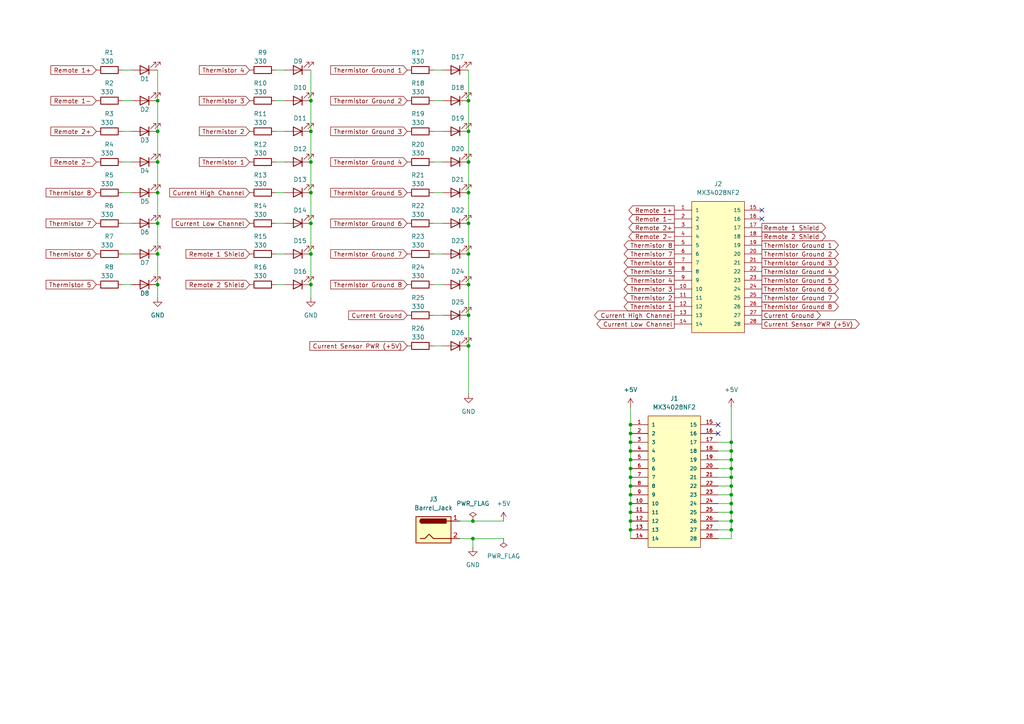
<source format=kicad_sch>
(kicad_sch (version 20230121) (generator eeschema)

  (uuid 964aeb37-cf50-437b-bd32-6943f025de36)

  (paper "A4")

  (lib_symbols
    (symbol "Connector:Barrel_Jack" (pin_names (offset 1.016)) (in_bom yes) (on_board yes)
      (property "Reference" "J" (at 0 5.334 0)
        (effects (font (size 1.27 1.27)))
      )
      (property "Value" "Barrel_Jack" (at 0 -5.08 0)
        (effects (font (size 1.27 1.27)))
      )
      (property "Footprint" "" (at 1.27 -1.016 0)
        (effects (font (size 1.27 1.27)) hide)
      )
      (property "Datasheet" "~" (at 1.27 -1.016 0)
        (effects (font (size 1.27 1.27)) hide)
      )
      (property "ki_keywords" "DC power barrel jack connector" (at 0 0 0)
        (effects (font (size 1.27 1.27)) hide)
      )
      (property "ki_description" "DC Barrel Jack" (at 0 0 0)
        (effects (font (size 1.27 1.27)) hide)
      )
      (property "ki_fp_filters" "BarrelJack*" (at 0 0 0)
        (effects (font (size 1.27 1.27)) hide)
      )
      (symbol "Barrel_Jack_0_1"
        (rectangle (start -5.08 3.81) (end 5.08 -3.81)
          (stroke (width 0.254) (type default))
          (fill (type background))
        )
        (arc (start -3.302 3.175) (mid -3.9343 2.54) (end -3.302 1.905)
          (stroke (width 0.254) (type default))
          (fill (type none))
        )
        (arc (start -3.302 3.175) (mid -3.9343 2.54) (end -3.302 1.905)
          (stroke (width 0.254) (type default))
          (fill (type outline))
        )
        (polyline
          (pts
            (xy 5.08 2.54)
            (xy 3.81 2.54)
          )
          (stroke (width 0.254) (type default))
          (fill (type none))
        )
        (polyline
          (pts
            (xy -3.81 -2.54)
            (xy -2.54 -2.54)
            (xy -1.27 -1.27)
            (xy 0 -2.54)
            (xy 2.54 -2.54)
            (xy 5.08 -2.54)
          )
          (stroke (width 0.254) (type default))
          (fill (type none))
        )
        (rectangle (start 3.683 3.175) (end -3.302 1.905)
          (stroke (width 0.254) (type default))
          (fill (type outline))
        )
      )
      (symbol "Barrel_Jack_1_1"
        (pin passive line (at 7.62 2.54 180) (length 2.54)
          (name "~" (effects (font (size 1.27 1.27))))
          (number "1" (effects (font (size 1.27 1.27))))
        )
        (pin passive line (at 7.62 -2.54 180) (length 2.54)
          (name "~" (effects (font (size 1.27 1.27))))
          (number "2" (effects (font (size 1.27 1.27))))
        )
      )
    )
    (symbol "Device:LED" (pin_numbers hide) (pin_names (offset 1.016) hide) (in_bom yes) (on_board yes)
      (property "Reference" "D" (at 0 2.54 0)
        (effects (font (size 1.27 1.27)))
      )
      (property "Value" "LED" (at 0 -2.54 0)
        (effects (font (size 1.27 1.27)))
      )
      (property "Footprint" "" (at 0 0 0)
        (effects (font (size 1.27 1.27)) hide)
      )
      (property "Datasheet" "~" (at 0 0 0)
        (effects (font (size 1.27 1.27)) hide)
      )
      (property "ki_keywords" "LED diode" (at 0 0 0)
        (effects (font (size 1.27 1.27)) hide)
      )
      (property "ki_description" "Light emitting diode" (at 0 0 0)
        (effects (font (size 1.27 1.27)) hide)
      )
      (property "ki_fp_filters" "LED* LED_SMD:* LED_THT:*" (at 0 0 0)
        (effects (font (size 1.27 1.27)) hide)
      )
      (symbol "LED_0_1"
        (polyline
          (pts
            (xy -1.27 -1.27)
            (xy -1.27 1.27)
          )
          (stroke (width 0.254) (type default))
          (fill (type none))
        )
        (polyline
          (pts
            (xy -1.27 0)
            (xy 1.27 0)
          )
          (stroke (width 0) (type default))
          (fill (type none))
        )
        (polyline
          (pts
            (xy 1.27 -1.27)
            (xy 1.27 1.27)
            (xy -1.27 0)
            (xy 1.27 -1.27)
          )
          (stroke (width 0.254) (type default))
          (fill (type none))
        )
        (polyline
          (pts
            (xy -3.048 -0.762)
            (xy -4.572 -2.286)
            (xy -3.81 -2.286)
            (xy -4.572 -2.286)
            (xy -4.572 -1.524)
          )
          (stroke (width 0) (type default))
          (fill (type none))
        )
        (polyline
          (pts
            (xy -1.778 -0.762)
            (xy -3.302 -2.286)
            (xy -2.54 -2.286)
            (xy -3.302 -2.286)
            (xy -3.302 -1.524)
          )
          (stroke (width 0) (type default))
          (fill (type none))
        )
      )
      (symbol "LED_1_1"
        (pin passive line (at -3.81 0 0) (length 2.54)
          (name "K" (effects (font (size 1.27 1.27))))
          (number "1" (effects (font (size 1.27 1.27))))
        )
        (pin passive line (at 3.81 0 180) (length 2.54)
          (name "A" (effects (font (size 1.27 1.27))))
          (number "2" (effects (font (size 1.27 1.27))))
        )
      )
    )
    (symbol "Device:R" (pin_numbers hide) (pin_names (offset 0)) (in_bom yes) (on_board yes)
      (property "Reference" "R" (at 2.032 0 90)
        (effects (font (size 1.27 1.27)))
      )
      (property "Value" "R" (at 0 0 90)
        (effects (font (size 1.27 1.27)))
      )
      (property "Footprint" "" (at -1.778 0 90)
        (effects (font (size 1.27 1.27)) hide)
      )
      (property "Datasheet" "~" (at 0 0 0)
        (effects (font (size 1.27 1.27)) hide)
      )
      (property "ki_keywords" "R res resistor" (at 0 0 0)
        (effects (font (size 1.27 1.27)) hide)
      )
      (property "ki_description" "Resistor" (at 0 0 0)
        (effects (font (size 1.27 1.27)) hide)
      )
      (property "ki_fp_filters" "R_*" (at 0 0 0)
        (effects (font (size 1.27 1.27)) hide)
      )
      (symbol "R_0_1"
        (rectangle (start -1.016 -2.54) (end 1.016 2.54)
          (stroke (width 0.254) (type default))
          (fill (type none))
        )
      )
      (symbol "R_1_1"
        (pin passive line (at 0 3.81 270) (length 1.27)
          (name "~" (effects (font (size 1.27 1.27))))
          (number "1" (effects (font (size 1.27 1.27))))
        )
        (pin passive line (at 0 -3.81 90) (length 1.27)
          (name "~" (effects (font (size 1.27 1.27))))
          (number "2" (effects (font (size 1.27 1.27))))
        )
      )
    )
    (symbol "MX34028NF2:MX34028NF2" (pin_names (offset 1.016)) (in_bom yes) (on_board yes)
      (property "Reference" "J" (at -7.62 21.082 0)
        (effects (font (size 1.27 1.27)) (justify left bottom))
      )
      (property "Value" "MX34028NF2" (at -7.62 -20.32 0)
        (effects (font (size 1.27 1.27)) (justify left bottom))
      )
      (property "Footprint" "" (at 0 -31.75 0)
        (effects (font (size 1.27 1.27)) (justify bottom) hide)
      )
      (property "Datasheet" "" (at 0 0 0)
        (effects (font (size 1.27 1.27)) hide)
      )
      (property "DigiKey_Part_Number" "" (at 0 -22.86 0)
        (effects (font (size 1.27 1.27)) (justify bottom) hide)
      )
      (property "MF" "" (at 0 0 0)
        (effects (font (size 1.27 1.27)) (justify bottom) hide)
      )
      (property "MAXIMUM_PACKAGE_HEIGHT" "" (at 0 0 0)
        (effects (font (size 1.27 1.27)) (justify bottom) hide)
      )
      (property "Package" "" (at 0 0 0)
        (effects (font (size 1.27 1.27)) (justify bottom) hide)
      )
      (property "Check_prices" "" (at 0 0 0)
        (effects (font (size 1.27 1.27)) (justify bottom) hide)
      )
      (property "STANDARD" "" (at 0 -36.83 0)
        (effects (font (size 1.27 1.27)) (justify bottom) hide)
      )
      (property "PARTREV" "" (at 17.78 -31.75 0)
        (effects (font (size 1.27 1.27)) (justify bottom) hide)
      )
      (property "SnapEDA_Link" "" (at 0 0 0)
        (effects (font (size 1.27 1.27)) (justify bottom) hide)
      )
      (property "MP" "" (at -1.27 -29.21 0)
        (effects (font (size 1.27 1.27)) (justify bottom) hide)
      )
      (property "Purchase-URL" "" (at 0 0 0)
        (effects (font (size 1.27 1.27)) (justify bottom) hide)
      )
      (property "Description" "" (at 1.27 -25.4 0)
        (effects (font (size 1.27 1.27)) (justify bottom) hide)
      )
      (property "MANUFACTURER" "" (at 12.7 -31.75 0)
        (effects (font (size 1.27 1.27)) (justify bottom) hide)
      )
      (symbol "MX34028NF2_0_0"
        (rectangle (start -7.62 -17.78) (end 7.62 20.32)
          (stroke (width 0.1524) (type default))
          (fill (type background))
        )
        (pin passive line (at -12.7 17.78 0) (length 5.08)
          (name "1" (effects (font (size 1.016 1.016))))
          (number "1" (effects (font (size 1.016 1.016))))
        )
        (pin passive line (at -12.7 -5.08 0) (length 5.08)
          (name "10" (effects (font (size 1.016 1.016))))
          (number "10" (effects (font (size 1.016 1.016))))
        )
        (pin passive line (at -12.7 -7.62 0) (length 5.08)
          (name "11" (effects (font (size 1.016 1.016))))
          (number "11" (effects (font (size 1.016 1.016))))
        )
        (pin passive line (at -12.7 -10.16 0) (length 5.08)
          (name "12" (effects (font (size 1.016 1.016))))
          (number "12" (effects (font (size 1.016 1.016))))
        )
        (pin passive line (at -12.7 -12.7 0) (length 5.08)
          (name "13" (effects (font (size 1.016 1.016))))
          (number "13" (effects (font (size 1.016 1.016))))
        )
        (pin passive line (at -12.7 -15.24 0) (length 5.08)
          (name "14" (effects (font (size 1.016 1.016))))
          (number "14" (effects (font (size 1.016 1.016))))
        )
        (pin passive line (at 12.7 17.78 180) (length 5.08)
          (name "15" (effects (font (size 1.016 1.016))))
          (number "15" (effects (font (size 1.016 1.016))))
        )
        (pin passive line (at 12.7 15.24 180) (length 5.08)
          (name "16" (effects (font (size 1.016 1.016))))
          (number "16" (effects (font (size 1.016 1.016))))
        )
        (pin passive line (at 12.7 12.7 180) (length 5.08)
          (name "17" (effects (font (size 1.016 1.016))))
          (number "17" (effects (font (size 1.016 1.016))))
        )
        (pin passive line (at 12.7 10.16 180) (length 5.08)
          (name "18" (effects (font (size 1.016 1.016))))
          (number "18" (effects (font (size 1.016 1.016))))
        )
        (pin passive line (at 12.7 7.62 180) (length 5.08)
          (name "19" (effects (font (size 1.016 1.016))))
          (number "19" (effects (font (size 1.016 1.016))))
        )
        (pin passive line (at -12.7 15.24 0) (length 5.08)
          (name "2" (effects (font (size 1.016 1.016))))
          (number "2" (effects (font (size 1.016 1.016))))
        )
        (pin passive line (at 12.7 5.08 180) (length 5.08)
          (name "20" (effects (font (size 1.016 1.016))))
          (number "20" (effects (font (size 1.016 1.016))))
        )
        (pin passive line (at 12.7 2.54 180) (length 5.08)
          (name "21" (effects (font (size 1.016 1.016))))
          (number "21" (effects (font (size 1.016 1.016))))
        )
        (pin passive line (at 12.7 0 180) (length 5.08)
          (name "22" (effects (font (size 1.016 1.016))))
          (number "22" (effects (font (size 1.016 1.016))))
        )
        (pin passive line (at 12.7 -2.54 180) (length 5.08)
          (name "23" (effects (font (size 1.016 1.016))))
          (number "23" (effects (font (size 1.016 1.016))))
        )
        (pin passive line (at 12.7 -5.08 180) (length 5.08)
          (name "24" (effects (font (size 1.016 1.016))))
          (number "24" (effects (font (size 1.016 1.016))))
        )
        (pin passive line (at 12.7 -7.62 180) (length 5.08)
          (name "25" (effects (font (size 1.016 1.016))))
          (number "25" (effects (font (size 1.016 1.016))))
        )
        (pin passive line (at 12.7 -10.16 180) (length 5.08)
          (name "26" (effects (font (size 1.016 1.016))))
          (number "26" (effects (font (size 1.016 1.016))))
        )
        (pin passive line (at 12.7 -12.7 180) (length 5.08)
          (name "27" (effects (font (size 1.016 1.016))))
          (number "27" (effects (font (size 1.016 1.016))))
        )
        (pin passive line (at 12.7 -15.24 180) (length 5.08)
          (name "28" (effects (font (size 1.016 1.016))))
          (number "28" (effects (font (size 1.016 1.016))))
        )
        (pin passive line (at -12.7 12.7 0) (length 5.08)
          (name "3" (effects (font (size 1.016 1.016))))
          (number "3" (effects (font (size 1.016 1.016))))
        )
        (pin passive line (at -12.7 10.16 0) (length 5.08)
          (name "4" (effects (font (size 1.016 1.016))))
          (number "4" (effects (font (size 1.016 1.016))))
        )
        (pin passive line (at -12.7 7.62 0) (length 5.08)
          (name "5" (effects (font (size 1.016 1.016))))
          (number "5" (effects (font (size 1.016 1.016))))
        )
        (pin passive line (at -12.7 5.08 0) (length 5.08)
          (name "6" (effects (font (size 1.016 1.016))))
          (number "6" (effects (font (size 1.016 1.016))))
        )
        (pin passive line (at -12.7 2.54 0) (length 5.08)
          (name "7" (effects (font (size 1.016 1.016))))
          (number "7" (effects (font (size 1.016 1.016))))
        )
        (pin passive line (at -12.7 0 0) (length 5.08)
          (name "8" (effects (font (size 1.016 1.016))))
          (number "8" (effects (font (size 1.016 1.016))))
        )
        (pin passive line (at -12.7 -2.54 0) (length 5.08)
          (name "9" (effects (font (size 1.016 1.016))))
          (number "9" (effects (font (size 1.016 1.016))))
        )
      )
    )
    (symbol "power:+5V" (power) (pin_names (offset 0)) (in_bom yes) (on_board yes)
      (property "Reference" "#PWR" (at 0 -3.81 0)
        (effects (font (size 1.27 1.27)) hide)
      )
      (property "Value" "+5V" (at 0 3.556 0)
        (effects (font (size 1.27 1.27)))
      )
      (property "Footprint" "" (at 0 0 0)
        (effects (font (size 1.27 1.27)) hide)
      )
      (property "Datasheet" "" (at 0 0 0)
        (effects (font (size 1.27 1.27)) hide)
      )
      (property "ki_keywords" "global power" (at 0 0 0)
        (effects (font (size 1.27 1.27)) hide)
      )
      (property "ki_description" "Power symbol creates a global label with name \"+5V\"" (at 0 0 0)
        (effects (font (size 1.27 1.27)) hide)
      )
      (symbol "+5V_0_1"
        (polyline
          (pts
            (xy -0.762 1.27)
            (xy 0 2.54)
          )
          (stroke (width 0) (type default))
          (fill (type none))
        )
        (polyline
          (pts
            (xy 0 0)
            (xy 0 2.54)
          )
          (stroke (width 0) (type default))
          (fill (type none))
        )
        (polyline
          (pts
            (xy 0 2.54)
            (xy 0.762 1.27)
          )
          (stroke (width 0) (type default))
          (fill (type none))
        )
      )
      (symbol "+5V_1_1"
        (pin power_in line (at 0 0 90) (length 0) hide
          (name "+5V" (effects (font (size 1.27 1.27))))
          (number "1" (effects (font (size 1.27 1.27))))
        )
      )
    )
    (symbol "power:GND" (power) (pin_names (offset 0)) (in_bom yes) (on_board yes)
      (property "Reference" "#PWR" (at 0 -6.35 0)
        (effects (font (size 1.27 1.27)) hide)
      )
      (property "Value" "GND" (at 0 -3.81 0)
        (effects (font (size 1.27 1.27)))
      )
      (property "Footprint" "" (at 0 0 0)
        (effects (font (size 1.27 1.27)) hide)
      )
      (property "Datasheet" "" (at 0 0 0)
        (effects (font (size 1.27 1.27)) hide)
      )
      (property "ki_keywords" "global power" (at 0 0 0)
        (effects (font (size 1.27 1.27)) hide)
      )
      (property "ki_description" "Power symbol creates a global label with name \"GND\" , ground" (at 0 0 0)
        (effects (font (size 1.27 1.27)) hide)
      )
      (symbol "GND_0_1"
        (polyline
          (pts
            (xy 0 0)
            (xy 0 -1.27)
            (xy 1.27 -1.27)
            (xy 0 -2.54)
            (xy -1.27 -1.27)
            (xy 0 -1.27)
          )
          (stroke (width 0) (type default))
          (fill (type none))
        )
      )
      (symbol "GND_1_1"
        (pin power_in line (at 0 0 270) (length 0) hide
          (name "GND" (effects (font (size 1.27 1.27))))
          (number "1" (effects (font (size 1.27 1.27))))
        )
      )
    )
    (symbol "power:PWR_FLAG" (power) (pin_numbers hide) (pin_names (offset 0) hide) (in_bom yes) (on_board yes)
      (property "Reference" "#FLG" (at 0 1.905 0)
        (effects (font (size 1.27 1.27)) hide)
      )
      (property "Value" "PWR_FLAG" (at 0 3.81 0)
        (effects (font (size 1.27 1.27)))
      )
      (property "Footprint" "" (at 0 0 0)
        (effects (font (size 1.27 1.27)) hide)
      )
      (property "Datasheet" "~" (at 0 0 0)
        (effects (font (size 1.27 1.27)) hide)
      )
      (property "ki_keywords" "flag power" (at 0 0 0)
        (effects (font (size 1.27 1.27)) hide)
      )
      (property "ki_description" "Special symbol for telling ERC where power comes from" (at 0 0 0)
        (effects (font (size 1.27 1.27)) hide)
      )
      (symbol "PWR_FLAG_0_0"
        (pin power_out line (at 0 0 90) (length 0)
          (name "pwr" (effects (font (size 1.27 1.27))))
          (number "1" (effects (font (size 1.27 1.27))))
        )
      )
      (symbol "PWR_FLAG_0_1"
        (polyline
          (pts
            (xy 0 0)
            (xy 0 1.27)
            (xy -1.016 1.905)
            (xy 0 2.54)
            (xy 1.016 1.905)
            (xy 0 1.27)
          )
          (stroke (width 0) (type default))
          (fill (type none))
        )
      )
    )
  )

  (junction (at 182.88 153.67) (diameter 0) (color 0 0 0 0)
    (uuid 01029959-49d7-4e79-8b0e-d7cac41fce7d)
  )
  (junction (at 90.17 55.88) (diameter 0) (color 0 0 0 0)
    (uuid 05fc104e-6ddc-4a8e-b865-fbd6917ecb7d)
  )
  (junction (at 182.88 140.97) (diameter 0) (color 0 0 0 0)
    (uuid 0bb7cb8d-b766-4b9e-b97f-ef92b14eb3b3)
  )
  (junction (at 90.17 29.21) (diameter 0) (color 0 0 0 0)
    (uuid 0ee71787-2761-46a7-ae3c-2ef2dc4fa0cc)
  )
  (junction (at 182.88 146.05) (diameter 0) (color 0 0 0 0)
    (uuid 1d0ccdf2-30ac-40a2-9561-191518773db3)
  )
  (junction (at 45.72 64.77) (diameter 0) (color 0 0 0 0)
    (uuid 1f16a571-be65-4c94-9616-36da858823aa)
  )
  (junction (at 212.09 138.43) (diameter 0) (color 0 0 0 0)
    (uuid 1f75fa6e-6ffa-4a2e-9116-d3a125541387)
  )
  (junction (at 135.89 82.55) (diameter 0) (color 0 0 0 0)
    (uuid 2115cd61-d368-44c7-804e-32f8d005784f)
  )
  (junction (at 182.88 125.73) (diameter 0) (color 0 0 0 0)
    (uuid 21843607-2162-44b1-8af8-9d5454cd28b1)
  )
  (junction (at 212.09 130.81) (diameter 0) (color 0 0 0 0)
    (uuid 2240b459-3c40-4f3c-af96-0c6896f95efa)
  )
  (junction (at 182.88 143.51) (diameter 0) (color 0 0 0 0)
    (uuid 226cc09f-9905-47b7-8255-14abaeb8596e)
  )
  (junction (at 212.09 143.51) (diameter 0) (color 0 0 0 0)
    (uuid 25793af1-a706-40b6-ac02-7384f04af1eb)
  )
  (junction (at 45.72 29.21) (diameter 0) (color 0 0 0 0)
    (uuid 2c69129f-53e7-48fe-a614-f1a16ddf3158)
  )
  (junction (at 182.88 130.81) (diameter 0) (color 0 0 0 0)
    (uuid 312ada89-d6f9-48f8-bb00-5cced7a1bb35)
  )
  (junction (at 182.88 123.19) (diameter 0) (color 0 0 0 0)
    (uuid 3b3443fb-e583-439b-9f2e-4c0910e14f70)
  )
  (junction (at 212.09 151.13) (diameter 0) (color 0 0 0 0)
    (uuid 428560e3-358b-4b2e-a776-c4c2b84f4da1)
  )
  (junction (at 182.88 151.13) (diameter 0) (color 0 0 0 0)
    (uuid 46d33c79-2d73-4b07-a531-a6567c642624)
  )
  (junction (at 135.89 55.88) (diameter 0) (color 0 0 0 0)
    (uuid 46fb2394-b9dc-4dfe-b23b-89ba62f1572c)
  )
  (junction (at 212.09 153.67) (diameter 0) (color 0 0 0 0)
    (uuid 4d2ac4b9-b184-40eb-80db-ee94b6041df1)
  )
  (junction (at 90.17 82.55) (diameter 0) (color 0 0 0 0)
    (uuid 4f0b6421-8b89-43e8-988d-0ff76e28beca)
  )
  (junction (at 137.16 151.13) (diameter 0) (color 0 0 0 0)
    (uuid 5572d70a-1e29-4547-ac3c-b4b26f8aa6a9)
  )
  (junction (at 45.72 46.99) (diameter 0) (color 0 0 0 0)
    (uuid 58cd845f-2a93-4c04-8ae2-a20b56d75295)
  )
  (junction (at 45.72 82.55) (diameter 0) (color 0 0 0 0)
    (uuid 5ecf5381-095d-4c22-892b-302f656db57c)
  )
  (junction (at 135.89 91.44) (diameter 0) (color 0 0 0 0)
    (uuid 611a0b64-fa25-4146-8a07-f3f2b3bea075)
  )
  (junction (at 45.72 55.88) (diameter 0) (color 0 0 0 0)
    (uuid 65683934-1fbf-44d8-86b8-7b4b0744f5dc)
  )
  (junction (at 45.72 38.1) (diameter 0) (color 0 0 0 0)
    (uuid 6ec3f916-4bf1-48e3-bd18-41dcb564f73e)
  )
  (junction (at 212.09 128.27) (diameter 0) (color 0 0 0 0)
    (uuid 7699b90f-533b-46f3-9bca-4059384742a3)
  )
  (junction (at 212.09 133.35) (diameter 0) (color 0 0 0 0)
    (uuid 8a78a21d-3efc-497e-a81c-ff5f95fc964c)
  )
  (junction (at 182.88 135.89) (diameter 0) (color 0 0 0 0)
    (uuid 966496ce-3f6f-4a0a-8751-796223523fe6)
  )
  (junction (at 135.89 46.99) (diameter 0) (color 0 0 0 0)
    (uuid a05c0577-0a83-4d60-a7ec-8f33b0be0e3e)
  )
  (junction (at 90.17 46.99) (diameter 0) (color 0 0 0 0)
    (uuid a1e44cc3-bec6-4975-8215-fbccc7ea8a53)
  )
  (junction (at 135.89 100.33) (diameter 0) (color 0 0 0 0)
    (uuid a36de4bd-35b1-4481-bd48-708f77a367a2)
  )
  (junction (at 45.72 73.66) (diameter 0) (color 0 0 0 0)
    (uuid a41a29f7-bf7f-4a5e-9664-949168267f4c)
  )
  (junction (at 212.09 135.89) (diameter 0) (color 0 0 0 0)
    (uuid a715edcc-4842-462c-9763-372d67497f33)
  )
  (junction (at 90.17 64.77) (diameter 0) (color 0 0 0 0)
    (uuid a9afb1af-ac98-4d58-97bc-fc486aa23e52)
  )
  (junction (at 135.89 29.21) (diameter 0) (color 0 0 0 0)
    (uuid ac3388e3-744a-4575-b2e1-0e0c0d333d41)
  )
  (junction (at 212.09 148.59) (diameter 0) (color 0 0 0 0)
    (uuid acbb6b92-df3d-4c8f-b350-4f780729db62)
  )
  (junction (at 182.88 133.35) (diameter 0) (color 0 0 0 0)
    (uuid acce5195-d8e6-42ee-ba4f-c0893e666b3c)
  )
  (junction (at 212.09 146.05) (diameter 0) (color 0 0 0 0)
    (uuid b4351762-d604-4163-ac42-074c2c1210ff)
  )
  (junction (at 135.89 64.77) (diameter 0) (color 0 0 0 0)
    (uuid be1aa0b9-f222-4b4a-bd8e-8baa047c9313)
  )
  (junction (at 137.16 156.21) (diameter 0) (color 0 0 0 0)
    (uuid c74351c1-e9a5-40d2-9ceb-c2799d28465a)
  )
  (junction (at 135.89 38.1) (diameter 0) (color 0 0 0 0)
    (uuid d2b54001-6749-4dd3-a049-c7acccf2b811)
  )
  (junction (at 182.88 138.43) (diameter 0) (color 0 0 0 0)
    (uuid d61c9e5f-38fe-4fba-beed-a1c07cfdde61)
  )
  (junction (at 90.17 38.1) (diameter 0) (color 0 0 0 0)
    (uuid dc9d662b-cf8f-4247-905b-a0725cfb958f)
  )
  (junction (at 212.09 140.97) (diameter 0) (color 0 0 0 0)
    (uuid e562b352-c64b-43ab-adba-a41d933da839)
  )
  (junction (at 182.88 148.59) (diameter 0) (color 0 0 0 0)
    (uuid ea2bfd49-f38f-462c-9281-033d8bf1bbd3)
  )
  (junction (at 135.89 73.66) (diameter 0) (color 0 0 0 0)
    (uuid f0c57434-f4e4-44fd-803c-e6e2507579f3)
  )
  (junction (at 90.17 73.66) (diameter 0) (color 0 0 0 0)
    (uuid f8c6490d-0006-43a8-b6a8-aed8f7a2c5ef)
  )
  (junction (at 182.88 128.27) (diameter 0) (color 0 0 0 0)
    (uuid ff9985ed-cecd-4b73-b4c9-f1e7716adb0f)
  )

  (no_connect (at 208.28 123.19) (uuid 2cac0c30-aff7-4713-a076-b45d5bef83b3))
  (no_connect (at 220.98 63.5) (uuid 9285adcb-a17e-431b-a805-8e9dec12c082))
  (no_connect (at 208.28 125.73) (uuid bb7704c0-02d6-43f7-9989-9a786fab61d0))
  (no_connect (at 220.98 60.96) (uuid fff042cc-af15-4e6d-a46f-49e3a6682ff9))

  (wire (pts (xy 182.88 123.19) (xy 182.88 125.73))
    (stroke (width 0) (type default))
    (uuid 053e5fc3-965b-4315-9f0c-8424739a1f70)
  )
  (wire (pts (xy 80.01 46.99) (xy 82.55 46.99))
    (stroke (width 0) (type default))
    (uuid 0aa1db1b-6b87-4e36-8dcb-92d4d1f61f0c)
  )
  (wire (pts (xy 90.17 38.1) (xy 90.17 46.99))
    (stroke (width 0) (type default))
    (uuid 10a6d1b3-1649-4839-ba46-8af03b4d9b69)
  )
  (wire (pts (xy 146.05 156.21) (xy 137.16 156.21))
    (stroke (width 0) (type default))
    (uuid 140c0425-4c5a-4dda-8872-17d64382c789)
  )
  (wire (pts (xy 135.89 46.99) (xy 135.89 55.88))
    (stroke (width 0) (type default))
    (uuid 149d8130-2cb9-4e13-a6ab-105b1f75770f)
  )
  (wire (pts (xy 212.09 128.27) (xy 212.09 130.81))
    (stroke (width 0) (type default))
    (uuid 17ec03d1-4ae1-48c3-ac33-65e18de6b951)
  )
  (wire (pts (xy 137.16 156.21) (xy 137.16 158.75))
    (stroke (width 0) (type default))
    (uuid 182bcf53-d6ac-469a-b548-f2a7f7dab7de)
  )
  (wire (pts (xy 80.01 29.21) (xy 82.55 29.21))
    (stroke (width 0) (type default))
    (uuid 19a8f329-e8d9-4004-adba-c4fb92e740bb)
  )
  (wire (pts (xy 135.89 20.32) (xy 135.89 29.21))
    (stroke (width 0) (type default))
    (uuid 19c148f5-85a0-42e0-8bd5-748134972936)
  )
  (wire (pts (xy 182.88 135.89) (xy 182.88 138.43))
    (stroke (width 0) (type default))
    (uuid 1d466fd5-249a-4abe-9c9b-99dd2f9c7e21)
  )
  (wire (pts (xy 182.88 153.67) (xy 182.88 156.21))
    (stroke (width 0) (type default))
    (uuid 228ceb2c-6e9b-42b2-bd83-a3700bf6084b)
  )
  (wire (pts (xy 133.35 156.21) (xy 137.16 156.21))
    (stroke (width 0) (type default))
    (uuid 274a16a4-819a-4c67-a9b5-fe9c8998d616)
  )
  (wire (pts (xy 90.17 46.99) (xy 90.17 55.88))
    (stroke (width 0) (type default))
    (uuid 2a5f173d-319d-476f-ac78-4b65f2840ffe)
  )
  (wire (pts (xy 182.88 118.11) (xy 182.88 123.19))
    (stroke (width 0) (type default))
    (uuid 2ea40a36-13ef-41e3-925a-a447f52faee6)
  )
  (wire (pts (xy 212.09 151.13) (xy 212.09 153.67))
    (stroke (width 0) (type default))
    (uuid 2f09c621-4214-4c04-9edc-d6ec840ffbb1)
  )
  (wire (pts (xy 212.09 133.35) (xy 212.09 135.89))
    (stroke (width 0) (type default))
    (uuid 37f44533-66e4-4d43-92a3-29f7fd6b31b3)
  )
  (wire (pts (xy 212.09 138.43) (xy 208.28 138.43))
    (stroke (width 0) (type default))
    (uuid 3b7bf1a9-fecf-4c37-8922-23ee1e7fddb2)
  )
  (wire (pts (xy 45.72 46.99) (xy 45.72 55.88))
    (stroke (width 0) (type default))
    (uuid 3e97448e-2e6a-471a-a5be-a7091cb9cbde)
  )
  (wire (pts (xy 35.56 20.32) (xy 38.1 20.32))
    (stroke (width 0) (type default))
    (uuid 407f5b10-c7b8-48f7-bf78-33bdf51043d9)
  )
  (wire (pts (xy 212.09 146.05) (xy 208.28 146.05))
    (stroke (width 0) (type default))
    (uuid 407f9ae1-5ab6-45bd-916d-35f1d9a59d47)
  )
  (wire (pts (xy 135.89 100.33) (xy 135.89 114.3))
    (stroke (width 0) (type default))
    (uuid 49d0bafd-c544-4199-a9c4-5b8072adf855)
  )
  (wire (pts (xy 125.73 91.44) (xy 128.27 91.44))
    (stroke (width 0) (type default))
    (uuid 51ccde88-f83f-4ea5-b2b6-7ca900019846)
  )
  (wire (pts (xy 135.89 38.1) (xy 135.89 46.99))
    (stroke (width 0) (type default))
    (uuid 56263858-255b-419a-b4c9-379fcde62438)
  )
  (wire (pts (xy 182.88 143.51) (xy 182.88 146.05))
    (stroke (width 0) (type default))
    (uuid 588486cc-e2ae-40d4-9fae-1ef9cc5bbab5)
  )
  (wire (pts (xy 45.72 20.32) (xy 45.72 29.21))
    (stroke (width 0) (type default))
    (uuid 5b78556a-a3a5-4233-a68d-bfbab7404345)
  )
  (wire (pts (xy 212.09 143.51) (xy 212.09 146.05))
    (stroke (width 0) (type default))
    (uuid 5fcd0ad3-71cb-46d3-b370-e157b81d65aa)
  )
  (wire (pts (xy 35.56 64.77) (xy 38.1 64.77))
    (stroke (width 0) (type default))
    (uuid 628bc0f4-60d3-4bc7-86c9-6d23e81becb1)
  )
  (wire (pts (xy 212.09 143.51) (xy 208.28 143.51))
    (stroke (width 0) (type default))
    (uuid 63a56a5b-0e01-413a-b3c6-97028b4b9913)
  )
  (wire (pts (xy 212.09 133.35) (xy 208.28 133.35))
    (stroke (width 0) (type default))
    (uuid 64b3b067-8893-4c2f-93f3-bdd4e1b9aff1)
  )
  (wire (pts (xy 182.88 151.13) (xy 182.88 153.67))
    (stroke (width 0) (type default))
    (uuid 655f1c74-7a96-4166-a44b-ea24c8c8ae35)
  )
  (wire (pts (xy 212.09 140.97) (xy 208.28 140.97))
    (stroke (width 0) (type default))
    (uuid 65a7dd57-9bd5-475f-a8c1-0b330558a4ce)
  )
  (wire (pts (xy 182.88 128.27) (xy 182.88 130.81))
    (stroke (width 0) (type default))
    (uuid 698f1561-277b-4a55-ab0a-41c79ab9e78d)
  )
  (wire (pts (xy 125.73 64.77) (xy 128.27 64.77))
    (stroke (width 0) (type default))
    (uuid 6e2db111-9889-4366-9e7e-e4b16f507a1f)
  )
  (wire (pts (xy 90.17 64.77) (xy 90.17 73.66))
    (stroke (width 0) (type default))
    (uuid 71c7b169-85d7-4ece-817e-9a10da58e4d7)
  )
  (wire (pts (xy 135.89 82.55) (xy 135.89 91.44))
    (stroke (width 0) (type default))
    (uuid 728c6a6b-1197-468c-8a75-9782bde15e30)
  )
  (wire (pts (xy 182.88 140.97) (xy 182.88 143.51))
    (stroke (width 0) (type default))
    (uuid 774a32a6-aac0-4437-a44a-044e8dc087ab)
  )
  (wire (pts (xy 45.72 82.55) (xy 45.72 86.36))
    (stroke (width 0) (type default))
    (uuid 7c04b6b6-eb33-414c-a4b7-d711ee0c0f43)
  )
  (wire (pts (xy 182.88 130.81) (xy 182.88 133.35))
    (stroke (width 0) (type default))
    (uuid 81a3627b-8644-4de6-933d-e06faf285b74)
  )
  (wire (pts (xy 80.01 82.55) (xy 82.55 82.55))
    (stroke (width 0) (type default))
    (uuid 8acb77b9-e222-435a-a883-09c38ed0dba0)
  )
  (wire (pts (xy 125.73 46.99) (xy 128.27 46.99))
    (stroke (width 0) (type default))
    (uuid 8bbd5968-cd68-43d9-a6d1-2934c7daaa4b)
  )
  (wire (pts (xy 135.89 91.44) (xy 135.89 100.33))
    (stroke (width 0) (type default))
    (uuid 8eeb45f5-5112-49e9-912d-61eb84de02a2)
  )
  (wire (pts (xy 45.72 73.66) (xy 45.72 82.55))
    (stroke (width 0) (type default))
    (uuid 9115536f-4fb3-4308-8678-1e24830f09b9)
  )
  (wire (pts (xy 212.09 128.27) (xy 208.28 128.27))
    (stroke (width 0) (type default))
    (uuid 92ee6cfd-c567-407f-ac59-cb38606657d9)
  )
  (wire (pts (xy 125.73 20.32) (xy 128.27 20.32))
    (stroke (width 0) (type default))
    (uuid 931da0ac-e010-4168-a008-52edd0599ac5)
  )
  (wire (pts (xy 45.72 64.77) (xy 45.72 73.66))
    (stroke (width 0) (type default))
    (uuid 93e6a6e1-6a26-4b50-992c-f2c04a1bfbe7)
  )
  (wire (pts (xy 35.56 73.66) (xy 38.1 73.66))
    (stroke (width 0) (type default))
    (uuid 93f43234-bd61-4133-b045-b9f4e1970ede)
  )
  (wire (pts (xy 135.89 73.66) (xy 135.89 82.55))
    (stroke (width 0) (type default))
    (uuid 94247308-7f0f-4af0-b504-0beae92d3d8b)
  )
  (wire (pts (xy 125.73 73.66) (xy 128.27 73.66))
    (stroke (width 0) (type default))
    (uuid 9ab87f2d-9f5a-4b79-ad2e-3fb5cef27c58)
  )
  (wire (pts (xy 45.72 38.1) (xy 45.72 46.99))
    (stroke (width 0) (type default))
    (uuid 9b49ff23-a458-4e8d-866d-9bdd9ca55f9a)
  )
  (wire (pts (xy 212.09 146.05) (xy 212.09 148.59))
    (stroke (width 0) (type default))
    (uuid 9c7a91c8-205f-4ab4-b2ad-10ebc9766cb1)
  )
  (wire (pts (xy 125.73 55.88) (xy 128.27 55.88))
    (stroke (width 0) (type default))
    (uuid 9cd3ad64-4b35-494e-aa80-5d2326c378a1)
  )
  (wire (pts (xy 125.73 38.1) (xy 128.27 38.1))
    (stroke (width 0) (type default))
    (uuid a21a7fb7-8ad4-4b1f-b351-e7f24c687548)
  )
  (wire (pts (xy 90.17 55.88) (xy 90.17 64.77))
    (stroke (width 0) (type default))
    (uuid a475f187-e1ce-4475-bc29-0fc500478267)
  )
  (wire (pts (xy 212.09 156.21) (xy 208.28 156.21))
    (stroke (width 0) (type default))
    (uuid a5d86893-8e73-45ca-a76d-7af219c1d66a)
  )
  (wire (pts (xy 80.01 20.32) (xy 82.55 20.32))
    (stroke (width 0) (type default))
    (uuid aa8ac2ac-1dc2-4cd7-8b28-2854fd6d702d)
  )
  (wire (pts (xy 35.56 55.88) (xy 38.1 55.88))
    (stroke (width 0) (type default))
    (uuid ab0365c8-d331-45ea-944f-d8a44ba9a06c)
  )
  (wire (pts (xy 212.09 153.67) (xy 212.09 156.21))
    (stroke (width 0) (type default))
    (uuid afa41963-e991-4df6-b24a-f39cc15aac46)
  )
  (wire (pts (xy 35.56 82.55) (xy 38.1 82.55))
    (stroke (width 0) (type default))
    (uuid affb5996-ce78-4536-a52d-4fcaba4f9439)
  )
  (wire (pts (xy 90.17 20.32) (xy 90.17 29.21))
    (stroke (width 0) (type default))
    (uuid b2acf02a-a9bd-4d08-aefc-ef6515ddf547)
  )
  (wire (pts (xy 182.88 146.05) (xy 182.88 148.59))
    (stroke (width 0) (type default))
    (uuid b35e898d-ad39-4d88-a3e1-a859d1a2cbea)
  )
  (wire (pts (xy 80.01 55.88) (xy 82.55 55.88))
    (stroke (width 0) (type default))
    (uuid b489a357-8e03-442f-a750-113b1085de91)
  )
  (wire (pts (xy 212.09 151.13) (xy 208.28 151.13))
    (stroke (width 0) (type default))
    (uuid b50572d7-ce9f-4342-8fb6-0eec5f0942ee)
  )
  (wire (pts (xy 125.73 82.55) (xy 128.27 82.55))
    (stroke (width 0) (type default))
    (uuid b8113b1c-0ef2-4a17-af7e-e82e0a9c9768)
  )
  (wire (pts (xy 135.89 29.21) (xy 135.89 38.1))
    (stroke (width 0) (type default))
    (uuid b8780849-f873-45f0-8d12-18fdd65e96be)
  )
  (wire (pts (xy 212.09 148.59) (xy 212.09 151.13))
    (stroke (width 0) (type default))
    (uuid bd5b65d5-63de-4288-a88f-5cad4c9bcc6f)
  )
  (wire (pts (xy 125.73 29.21) (xy 128.27 29.21))
    (stroke (width 0) (type default))
    (uuid be93ddea-a052-40e5-bee3-bb662bd96bc2)
  )
  (wire (pts (xy 125.73 100.33) (xy 128.27 100.33))
    (stroke (width 0) (type default))
    (uuid bfa9870b-8d5e-485b-9786-60ff2ce99818)
  )
  (wire (pts (xy 45.72 55.88) (xy 45.72 64.77))
    (stroke (width 0) (type default))
    (uuid ce1e9cb2-cfdb-4bde-9788-68c827bf1e08)
  )
  (wire (pts (xy 182.88 148.59) (xy 182.88 151.13))
    (stroke (width 0) (type default))
    (uuid cfe60751-868c-4996-8e9e-571f9135b237)
  )
  (wire (pts (xy 90.17 29.21) (xy 90.17 38.1))
    (stroke (width 0) (type default))
    (uuid d0ba950e-9503-40dc-aa5c-b70988fcf66e)
  )
  (wire (pts (xy 182.88 125.73) (xy 182.88 128.27))
    (stroke (width 0) (type default))
    (uuid d35bc1b3-52f3-4133-abde-26b1b49f52f6)
  )
  (wire (pts (xy 80.01 64.77) (xy 82.55 64.77))
    (stroke (width 0) (type default))
    (uuid d57ed73d-0d0b-480a-bbf5-f45adc47f160)
  )
  (wire (pts (xy 212.09 135.89) (xy 212.09 138.43))
    (stroke (width 0) (type default))
    (uuid d68ee415-942b-42a6-b08f-3f4386de3f01)
  )
  (wire (pts (xy 80.01 73.66) (xy 82.55 73.66))
    (stroke (width 0) (type default))
    (uuid d7043222-939d-4732-831a-f08081e9dc02)
  )
  (wire (pts (xy 212.09 130.81) (xy 208.28 130.81))
    (stroke (width 0) (type default))
    (uuid d73075a7-9d7c-4193-a5cf-346343fd7616)
  )
  (wire (pts (xy 35.56 29.21) (xy 38.1 29.21))
    (stroke (width 0) (type default))
    (uuid d789d78c-019a-4b2e-b61d-3b81aad1dcb8)
  )
  (wire (pts (xy 182.88 138.43) (xy 182.88 140.97))
    (stroke (width 0) (type default))
    (uuid d7bde607-453b-4f32-8b6e-e70a7215742e)
  )
  (wire (pts (xy 35.56 38.1) (xy 38.1 38.1))
    (stroke (width 0) (type default))
    (uuid de45d49f-2f88-42cb-a743-c9635a84df80)
  )
  (wire (pts (xy 80.01 38.1) (xy 82.55 38.1))
    (stroke (width 0) (type default))
    (uuid e01a22f6-369e-49fa-b718-ac3f6c6da265)
  )
  (wire (pts (xy 45.72 29.21) (xy 45.72 38.1))
    (stroke (width 0) (type default))
    (uuid e43b1682-b4bf-4102-8c65-c8680b56ba52)
  )
  (wire (pts (xy 90.17 73.66) (xy 90.17 82.55))
    (stroke (width 0) (type default))
    (uuid e4562502-ac6c-4004-bcdf-07ea4eb23cee)
  )
  (wire (pts (xy 137.16 151.13) (xy 133.35 151.13))
    (stroke (width 0) (type default))
    (uuid e70e387f-3ae6-42b5-b04c-a891ea8ad903)
  )
  (wire (pts (xy 182.88 133.35) (xy 182.88 135.89))
    (stroke (width 0) (type default))
    (uuid e71153b7-60df-4598-be76-8803ebb01b10)
  )
  (wire (pts (xy 212.09 148.59) (xy 208.28 148.59))
    (stroke (width 0) (type default))
    (uuid e790ca53-0dfa-49dc-b84f-731a3c2720c1)
  )
  (wire (pts (xy 212.09 138.43) (xy 212.09 140.97))
    (stroke (width 0) (type default))
    (uuid e8173b14-809d-41a4-a47b-55c056ae6dfb)
  )
  (wire (pts (xy 212.09 153.67) (xy 208.28 153.67))
    (stroke (width 0) (type default))
    (uuid ec1fb958-3fe8-479e-a20b-db4dae1f96e8)
  )
  (wire (pts (xy 212.09 135.89) (xy 208.28 135.89))
    (stroke (width 0) (type default))
    (uuid f164e948-c8f2-44ef-8027-2e1f35a19cda)
  )
  (wire (pts (xy 212.09 118.11) (xy 212.09 128.27))
    (stroke (width 0) (type default))
    (uuid f192172c-ed64-4cda-9474-f0a68333d881)
  )
  (wire (pts (xy 135.89 64.77) (xy 135.89 73.66))
    (stroke (width 0) (type default))
    (uuid f300dfa0-dd7f-4222-bfc9-5ab4591c855b)
  )
  (wire (pts (xy 35.56 46.99) (xy 38.1 46.99))
    (stroke (width 0) (type default))
    (uuid f6412193-0990-4efa-8488-89c74ce69f0e)
  )
  (wire (pts (xy 212.09 130.81) (xy 212.09 133.35))
    (stroke (width 0) (type default))
    (uuid fa68f36a-83e6-42a4-86dd-8712e09e94f7)
  )
  (wire (pts (xy 137.16 151.13) (xy 146.05 151.13))
    (stroke (width 0) (type default))
    (uuid faca6567-8625-4b83-b124-96866d41fd0b)
  )
  (wire (pts (xy 212.09 140.97) (xy 212.09 143.51))
    (stroke (width 0) (type default))
    (uuid fe6826a0-fc5e-446d-aa30-afe04972dfcf)
  )
  (wire (pts (xy 90.17 82.55) (xy 90.17 86.36))
    (stroke (width 0) (type default))
    (uuid ff02295c-5406-45f4-8b5c-5e84c8ed2bb7)
  )
  (wire (pts (xy 135.89 55.88) (xy 135.89 64.77))
    (stroke (width 0) (type default))
    (uuid ff7479d5-f740-40a3-8b56-40c64ed124f9)
  )

  (global_label "Thermistor Ground 5" (shape input) (at 118.11 55.88 180) (fields_autoplaced)
    (effects (font (size 1.27 1.27)) (justify right))
    (uuid 04ce1eb0-95bc-41af-a672-9ec06c2a1f00)
    (property "Intersheetrefs" "${INTERSHEET_REFS}" (at 95.3494 55.88 0)
      (effects (font (size 1.27 1.27)) (justify right) hide)
    )
  )
  (global_label "Current High Channel" (shape output) (at 195.58 91.44 180) (fields_autoplaced)
    (effects (font (size 1.27 1.27)) (justify right))
    (uuid 074e1a5f-b717-4bac-a497-bcbcf51ba7aa)
    (property "Intersheetrefs" "${INTERSHEET_REFS}" (at 171.8518 91.44 0)
      (effects (font (size 1.27 1.27)) (justify right) hide)
    )
  )
  (global_label "Remote 2+" (shape output) (at 195.58 66.04 180) (fields_autoplaced)
    (effects (font (size 1.27 1.27)) (justify right))
    (uuid 089af9c2-6b3e-46cf-beee-8f195f63efb1)
    (property "Intersheetrefs" "${INTERSHEET_REFS}" (at 181.8301 66.04 0)
      (effects (font (size 1.27 1.27)) (justify right) hide)
    )
  )
  (global_label "Thermistor Ground 7" (shape input) (at 118.11 73.66 180) (fields_autoplaced)
    (effects (font (size 1.27 1.27)) (justify right))
    (uuid 08baa310-4047-4d2f-9f59-3cf241e3f630)
    (property "Intersheetrefs" "${INTERSHEET_REFS}" (at 95.3494 73.66 0)
      (effects (font (size 1.27 1.27)) (justify right) hide)
    )
  )
  (global_label "Current Low Channel" (shape input) (at 72.39 64.77 180) (fields_autoplaced)
    (effects (font (size 1.27 1.27)) (justify right))
    (uuid 094d858c-7196-4dc6-9946-74a4cfabc9dc)
    (property "Intersheetrefs" "${INTERSHEET_REFS}" (at 49.3875 64.77 0)
      (effects (font (size 1.27 1.27)) (justify right) hide)
    )
  )
  (global_label "Thermistor 2" (shape output) (at 195.58 86.36 180) (fields_autoplaced)
    (effects (font (size 1.27 1.27)) (justify right))
    (uuid 0eaf3a64-b9c5-4df3-b6a9-2728d349c0ba)
    (property "Intersheetrefs" "${INTERSHEET_REFS}" (at 180.4392 86.36 0)
      (effects (font (size 1.27 1.27)) (justify right) hide)
    )
  )
  (global_label "Thermistor Ground 3" (shape output) (at 220.98 76.2 0) (fields_autoplaced)
    (effects (font (size 1.27 1.27)) (justify left))
    (uuid 148e884f-9f71-4ef1-81ad-ebda99970cfc)
    (property "Intersheetrefs" "${INTERSHEET_REFS}" (at 243.7406 76.2 0)
      (effects (font (size 1.27 1.27)) (justify left) hide)
    )
  )
  (global_label "Current Sensor PWR (+5V)" (shape input) (at 118.11 100.33 180) (fields_autoplaced)
    (effects (font (size 1.27 1.27)) (justify right))
    (uuid 15e1b853-07ec-4642-a3b8-3b28e3e3decd)
    (property "Intersheetrefs" "${INTERSHEET_REFS}" (at 89.3016 100.33 0)
      (effects (font (size 1.27 1.27)) (justify right) hide)
    )
  )
  (global_label "Thermistor Ground 6" (shape input) (at 118.11 64.77 180) (fields_autoplaced)
    (effects (font (size 1.27 1.27)) (justify right))
    (uuid 22abf556-7fa3-459c-8f13-7061db9e06cf)
    (property "Intersheetrefs" "${INTERSHEET_REFS}" (at 95.3494 64.77 0)
      (effects (font (size 1.27 1.27)) (justify right) hide)
    )
  )
  (global_label "Thermistor 7" (shape output) (at 195.58 73.66 180) (fields_autoplaced)
    (effects (font (size 1.27 1.27)) (justify right))
    (uuid 2cc66132-e376-434e-af37-685ecaa90e00)
    (property "Intersheetrefs" "${INTERSHEET_REFS}" (at 180.4392 73.66 0)
      (effects (font (size 1.27 1.27)) (justify right) hide)
    )
  )
  (global_label "Thermistor 3" (shape output) (at 195.58 83.82 180) (fields_autoplaced)
    (effects (font (size 1.27 1.27)) (justify right))
    (uuid 2fcd7051-57a0-4edd-94a8-7dc30eaba2bf)
    (property "Intersheetrefs" "${INTERSHEET_REFS}" (at 180.4392 83.82 0)
      (effects (font (size 1.27 1.27)) (justify right) hide)
    )
  )
  (global_label "Remote 2-" (shape output) (at 195.58 68.58 180) (fields_autoplaced)
    (effects (font (size 1.27 1.27)) (justify right))
    (uuid 31d7a6d7-6480-4f49-aeab-a509a0a55e9e)
    (property "Intersheetrefs" "${INTERSHEET_REFS}" (at 181.8301 68.58 0)
      (effects (font (size 1.27 1.27)) (justify right) hide)
    )
  )
  (global_label "Thermistor 8" (shape output) (at 195.58 71.12 180) (fields_autoplaced)
    (effects (font (size 1.27 1.27)) (justify right))
    (uuid 32abd838-c9fa-4ccb-8fe9-93d06acd3e90)
    (property "Intersheetrefs" "${INTERSHEET_REFS}" (at 180.4392 71.12 0)
      (effects (font (size 1.27 1.27)) (justify right) hide)
    )
  )
  (global_label "Thermistor 6" (shape output) (at 195.58 76.2 180) (fields_autoplaced)
    (effects (font (size 1.27 1.27)) (justify right))
    (uuid 3523545d-e487-4a65-803e-c9bfa3d0ec73)
    (property "Intersheetrefs" "${INTERSHEET_REFS}" (at 180.4392 76.2 0)
      (effects (font (size 1.27 1.27)) (justify right) hide)
    )
  )
  (global_label "Thermistor 2" (shape input) (at 72.39 38.1 180) (fields_autoplaced)
    (effects (font (size 1.27 1.27)) (justify right))
    (uuid 36b1dc39-ca07-44cf-8130-6ec9968d1cb3)
    (property "Intersheetrefs" "${INTERSHEET_REFS}" (at 57.2492 38.1 0)
      (effects (font (size 1.27 1.27)) (justify right) hide)
    )
  )
  (global_label "Thermistor 3" (shape input) (at 72.39 29.21 180) (fields_autoplaced)
    (effects (font (size 1.27 1.27)) (justify right))
    (uuid 38528162-e31e-401d-8a38-b3c0345cab35)
    (property "Intersheetrefs" "${INTERSHEET_REFS}" (at 57.2492 29.21 0)
      (effects (font (size 1.27 1.27)) (justify right) hide)
    )
  )
  (global_label "Thermistor 4" (shape input) (at 72.39 20.32 180) (fields_autoplaced)
    (effects (font (size 1.27 1.27)) (justify right))
    (uuid 3eee337f-e93d-4371-8617-fc8e4dc4b71e)
    (property "Intersheetrefs" "${INTERSHEET_REFS}" (at 57.2492 20.32 0)
      (effects (font (size 1.27 1.27)) (justify right) hide)
    )
  )
  (global_label "Thermistor 7" (shape input) (at 27.94 64.77 180) (fields_autoplaced)
    (effects (font (size 1.27 1.27)) (justify right))
    (uuid 40b7faa8-40ea-40d4-aa31-c8cc3c255c7e)
    (property "Intersheetrefs" "${INTERSHEET_REFS}" (at 12.7992 64.77 0)
      (effects (font (size 1.27 1.27)) (justify right) hide)
    )
  )
  (global_label "Thermistor Ground 7" (shape output) (at 220.98 86.36 0) (fields_autoplaced)
    (effects (font (size 1.27 1.27)) (justify left))
    (uuid 412c0b62-284a-4e3f-9b3d-91f1c7e124a4)
    (property "Intersheetrefs" "${INTERSHEET_REFS}" (at 243.7406 86.36 0)
      (effects (font (size 1.27 1.27)) (justify left) hide)
    )
  )
  (global_label "Current Ground" (shape output) (at 220.98 91.44 0) (fields_autoplaced)
    (effects (font (size 1.27 1.27)) (justify left))
    (uuid 4b90e38a-9b51-40d9-9412-87c9e85ac082)
    (property "Intersheetrefs" "${INTERSHEET_REFS}" (at 238.5397 91.44 0)
      (effects (font (size 1.27 1.27)) (justify left) hide)
    )
  )
  (global_label "Thermistor Ground 3" (shape input) (at 118.11 38.1 180) (fields_autoplaced)
    (effects (font (size 1.27 1.27)) (justify right))
    (uuid 4d05caef-32bc-48ba-83cf-4f2bd3fcea65)
    (property "Intersheetrefs" "${INTERSHEET_REFS}" (at 95.3494 38.1 0)
      (effects (font (size 1.27 1.27)) (justify right) hide)
    )
  )
  (global_label "Remote 2-" (shape input) (at 27.94 46.99 180) (fields_autoplaced)
    (effects (font (size 1.27 1.27)) (justify right))
    (uuid 4f8b6296-9a37-4a48-988d-7d6c41f2eebc)
    (property "Intersheetrefs" "${INTERSHEET_REFS}" (at 14.1901 46.99 0)
      (effects (font (size 1.27 1.27)) (justify right) hide)
    )
  )
  (global_label "Remote 1+" (shape output) (at 195.58 60.96 180) (fields_autoplaced)
    (effects (font (size 1.27 1.27)) (justify right))
    (uuid 581c4710-6074-41ee-bc4c-893bf4c1e5b7)
    (property "Intersheetrefs" "${INTERSHEET_REFS}" (at 181.8301 60.96 0)
      (effects (font (size 1.27 1.27)) (justify right) hide)
    )
  )
  (global_label "Thermistor Ground 4" (shape output) (at 220.98 78.74 0) (fields_autoplaced)
    (effects (font (size 1.27 1.27)) (justify left))
    (uuid 58485361-bbd3-4c0c-a0ec-62d21a7850da)
    (property "Intersheetrefs" "${INTERSHEET_REFS}" (at 243.7406 78.74 0)
      (effects (font (size 1.27 1.27)) (justify left) hide)
    )
  )
  (global_label "Thermistor 6" (shape input) (at 27.94 73.66 180) (fields_autoplaced)
    (effects (font (size 1.27 1.27)) (justify right))
    (uuid 5c31151a-8278-41e6-aeed-d3d67b044695)
    (property "Intersheetrefs" "${INTERSHEET_REFS}" (at 12.7992 73.66 0)
      (effects (font (size 1.27 1.27)) (justify right) hide)
    )
  )
  (global_label "Thermistor Ground 2" (shape input) (at 118.11 29.21 180) (fields_autoplaced)
    (effects (font (size 1.27 1.27)) (justify right))
    (uuid 61aab672-a6e6-4edf-91ba-e9a8924370cd)
    (property "Intersheetrefs" "${INTERSHEET_REFS}" (at 95.3494 29.21 0)
      (effects (font (size 1.27 1.27)) (justify right) hide)
    )
  )
  (global_label "Remote 1 Shield" (shape input) (at 72.39 73.66 180) (fields_autoplaced)
    (effects (font (size 1.27 1.27)) (justify right))
    (uuid 6202b142-4352-45a6-99dd-38d7970cc3d9)
    (property "Intersheetrefs" "${INTERSHEET_REFS}" (at 53.3788 73.66 0)
      (effects (font (size 1.27 1.27)) (justify right) hide)
    )
  )
  (global_label "Current Ground" (shape input) (at 118.11 91.44 180) (fields_autoplaced)
    (effects (font (size 1.27 1.27)) (justify right))
    (uuid 686425c3-d0c9-4167-b9bb-23b523f25d0a)
    (property "Intersheetrefs" "${INTERSHEET_REFS}" (at 100.5503 91.44 0)
      (effects (font (size 1.27 1.27)) (justify right) hide)
    )
  )
  (global_label "Remote 1-" (shape output) (at 195.58 63.5 180) (fields_autoplaced)
    (effects (font (size 1.27 1.27)) (justify right))
    (uuid 81f15157-68c0-411d-aeb4-ae7651151767)
    (property "Intersheetrefs" "${INTERSHEET_REFS}" (at 181.8301 63.5 0)
      (effects (font (size 1.27 1.27)) (justify right) hide)
    )
  )
  (global_label "Thermistor 8" (shape input) (at 27.94 55.88 180) (fields_autoplaced)
    (effects (font (size 1.27 1.27)) (justify right))
    (uuid 85123255-1ca2-46b3-8e23-919d2dfd291b)
    (property "Intersheetrefs" "${INTERSHEET_REFS}" (at 12.7992 55.88 0)
      (effects (font (size 1.27 1.27)) (justify right) hide)
    )
  )
  (global_label "Remote 1-" (shape input) (at 27.94 29.21 180) (fields_autoplaced)
    (effects (font (size 1.27 1.27)) (justify right))
    (uuid 8524f8c0-23b5-407e-90c5-ee342a69509c)
    (property "Intersheetrefs" "${INTERSHEET_REFS}" (at 14.1901 29.21 0)
      (effects (font (size 1.27 1.27)) (justify right) hide)
    )
  )
  (global_label "Current High Channel" (shape input) (at 72.39 55.88 180) (fields_autoplaced)
    (effects (font (size 1.27 1.27)) (justify right))
    (uuid 8de24240-8d69-4fd0-8861-dee7802dd63d)
    (property "Intersheetrefs" "${INTERSHEET_REFS}" (at 48.6618 55.88 0)
      (effects (font (size 1.27 1.27)) (justify right) hide)
    )
  )
  (global_label "Remote 2 Shield" (shape input) (at 72.39 82.55 180) (fields_autoplaced)
    (effects (font (size 1.27 1.27)) (justify right))
    (uuid 98a8947a-7c57-474c-b131-81345a8d6ef4)
    (property "Intersheetrefs" "${INTERSHEET_REFS}" (at 53.3788 82.55 0)
      (effects (font (size 1.27 1.27)) (justify right) hide)
    )
  )
  (global_label "Thermistor Ground 8" (shape output) (at 220.98 88.9 0) (fields_autoplaced)
    (effects (font (size 1.27 1.27)) (justify left))
    (uuid 9bbcc503-9a31-4fe6-af5d-c24ba93b92e5)
    (property "Intersheetrefs" "${INTERSHEET_REFS}" (at 243.7406 88.9 0)
      (effects (font (size 1.27 1.27)) (justify left) hide)
    )
  )
  (global_label "Thermistor 5" (shape input) (at 27.94 82.55 180) (fields_autoplaced)
    (effects (font (size 1.27 1.27)) (justify right))
    (uuid 9c0878fe-ddcf-4d3f-9e0c-8e33da5a83a0)
    (property "Intersheetrefs" "${INTERSHEET_REFS}" (at 12.7992 82.55 0)
      (effects (font (size 1.27 1.27)) (justify right) hide)
    )
  )
  (global_label "Thermistor Ground 8" (shape input) (at 118.11 82.55 180) (fields_autoplaced)
    (effects (font (size 1.27 1.27)) (justify right))
    (uuid ad00a4d2-fe5c-444f-9b75-dfb3ca80fdfe)
    (property "Intersheetrefs" "${INTERSHEET_REFS}" (at 95.3494 82.55 0)
      (effects (font (size 1.27 1.27)) (justify right) hide)
    )
  )
  (global_label "Thermistor 4" (shape output) (at 195.58 81.28 180) (fields_autoplaced)
    (effects (font (size 1.27 1.27)) (justify right))
    (uuid b1bc7b4f-ce1c-44a5-89b2-a786b5214ae8)
    (property "Intersheetrefs" "${INTERSHEET_REFS}" (at 180.4392 81.28 0)
      (effects (font (size 1.27 1.27)) (justify right) hide)
    )
  )
  (global_label "Remote 2+" (shape input) (at 27.94 38.1 180) (fields_autoplaced)
    (effects (font (size 1.27 1.27)) (justify right))
    (uuid bc6f7243-544b-4314-931c-62272ec65ef5)
    (property "Intersheetrefs" "${INTERSHEET_REFS}" (at 14.1901 38.1 0)
      (effects (font (size 1.27 1.27)) (justify right) hide)
    )
  )
  (global_label "Current Low Channel" (shape output) (at 195.58 93.98 180) (fields_autoplaced)
    (effects (font (size 1.27 1.27)) (justify right))
    (uuid be6bca6d-c44d-42c6-95a7-de86028bd08e)
    (property "Intersheetrefs" "${INTERSHEET_REFS}" (at 172.5775 93.98 0)
      (effects (font (size 1.27 1.27)) (justify right) hide)
    )
  )
  (global_label "Thermistor 1" (shape output) (at 195.58 88.9 180) (fields_autoplaced)
    (effects (font (size 1.27 1.27)) (justify right))
    (uuid bf933640-7377-4e33-8d46-02ed70d9bd39)
    (property "Intersheetrefs" "${INTERSHEET_REFS}" (at 180.4392 88.9 0)
      (effects (font (size 1.27 1.27)) (justify right) hide)
    )
  )
  (global_label "Thermistor Ground 6" (shape output) (at 220.98 83.82 0) (fields_autoplaced)
    (effects (font (size 1.27 1.27)) (justify left))
    (uuid cabb2b10-2ef1-4adb-8bc3-8e0172d571cb)
    (property "Intersheetrefs" "${INTERSHEET_REFS}" (at 243.7406 83.82 0)
      (effects (font (size 1.27 1.27)) (justify left) hide)
    )
  )
  (global_label "Thermistor Ground 4" (shape input) (at 118.11 46.99 180) (fields_autoplaced)
    (effects (font (size 1.27 1.27)) (justify right))
    (uuid cc019729-0612-469b-a390-8bd163f2ddb2)
    (property "Intersheetrefs" "${INTERSHEET_REFS}" (at 95.3494 46.99 0)
      (effects (font (size 1.27 1.27)) (justify right) hide)
    )
  )
  (global_label "Remote 1 Shield" (shape output) (at 220.98 66.04 0) (fields_autoplaced)
    (effects (font (size 1.27 1.27)) (justify left))
    (uuid d655a1ea-629f-4fad-8536-1326eb4f7468)
    (property "Intersheetrefs" "${INTERSHEET_REFS}" (at 239.9912 66.04 0)
      (effects (font (size 1.27 1.27)) (justify left) hide)
    )
  )
  (global_label "Thermistor Ground 1" (shape input) (at 118.11 20.32 180) (fields_autoplaced)
    (effects (font (size 1.27 1.27)) (justify right))
    (uuid e1410d1e-3b35-4f11-890b-282d6174459a)
    (property "Intersheetrefs" "${INTERSHEET_REFS}" (at 95.3494 20.32 0)
      (effects (font (size 1.27 1.27)) (justify right) hide)
    )
  )
  (global_label "Remote 1+" (shape input) (at 27.94 20.32 180) (fields_autoplaced)
    (effects (font (size 1.27 1.27)) (justify right))
    (uuid e7bb1015-642a-4ddb-b6dd-0bff99964f92)
    (property "Intersheetrefs" "${INTERSHEET_REFS}" (at 14.1901 20.32 0)
      (effects (font (size 1.27 1.27)) (justify right) hide)
    )
  )
  (global_label "Current Sensor PWR (+5V)" (shape output) (at 220.98 93.98 0) (fields_autoplaced)
    (effects (font (size 1.27 1.27)) (justify left))
    (uuid ee146f42-ecd8-4757-a749-70743c9fa68b)
    (property "Intersheetrefs" "${INTERSHEET_REFS}" (at 249.7884 93.98 0)
      (effects (font (size 1.27 1.27)) (justify left) hide)
    )
  )
  (global_label "Thermistor 5" (shape output) (at 195.58 78.74 180) (fields_autoplaced)
    (effects (font (size 1.27 1.27)) (justify right))
    (uuid f0f020aa-b8d9-49f5-8154-e658bfaadf21)
    (property "Intersheetrefs" "${INTERSHEET_REFS}" (at 180.4392 78.74 0)
      (effects (font (size 1.27 1.27)) (justify right) hide)
    )
  )
  (global_label "Remote 2 Shield" (shape output) (at 220.98 68.58 0) (fields_autoplaced)
    (effects (font (size 1.27 1.27)) (justify left))
    (uuid f2fdf189-b215-4b1d-abc7-3a4f6e763795)
    (property "Intersheetrefs" "${INTERSHEET_REFS}" (at 239.9912 68.58 0)
      (effects (font (size 1.27 1.27)) (justify left) hide)
    )
  )
  (global_label "Thermistor Ground 2" (shape output) (at 220.98 73.66 0) (fields_autoplaced)
    (effects (font (size 1.27 1.27)) (justify left))
    (uuid f348c211-dc7f-4412-b450-72c207d99da2)
    (property "Intersheetrefs" "${INTERSHEET_REFS}" (at 243.7406 73.66 0)
      (effects (font (size 1.27 1.27)) (justify left) hide)
    )
  )
  (global_label "Thermistor 1" (shape input) (at 72.39 46.99 180) (fields_autoplaced)
    (effects (font (size 1.27 1.27)) (justify right))
    (uuid f52e41e9-79c8-4860-b4f4-fca924d91296)
    (property "Intersheetrefs" "${INTERSHEET_REFS}" (at 57.2492 46.99 0)
      (effects (font (size 1.27 1.27)) (justify right) hide)
    )
  )
  (global_label "Thermistor Ground 5" (shape output) (at 220.98 81.28 0) (fields_autoplaced)
    (effects (font (size 1.27 1.27)) (justify left))
    (uuid f7b85ec4-0621-4538-94bd-233cea7a44ef)
    (property "Intersheetrefs" "${INTERSHEET_REFS}" (at 243.7406 81.28 0)
      (effects (font (size 1.27 1.27)) (justify left) hide)
    )
  )
  (global_label "Thermistor Ground 1" (shape output) (at 220.98 71.12 0) (fields_autoplaced)
    (effects (font (size 1.27 1.27)) (justify left))
    (uuid ffb4600f-b019-424b-ba1d-d2353a34471c)
    (property "Intersheetrefs" "${INTERSHEET_REFS}" (at 243.7406 71.12 0)
      (effects (font (size 1.27 1.27)) (justify left) hide)
    )
  )

  (symbol (lib_id "Device:R") (at 76.2 55.88 90) (mirror x) (unit 1)
    (in_bom yes) (on_board yes) (dnp no)
    (uuid 018eb170-89c6-4575-865a-a02740cff881)
    (property "Reference" "R13" (at 77.47 50.8 90)
      (effects (font (size 1.27 1.27)) (justify left))
    )
    (property "Value" "330" (at 77.47 53.34 90)
      (effects (font (size 1.27 1.27)) (justify left))
    )
    (property "Footprint" "Resistor_THT:R_Axial_DIN0204_L3.6mm_D1.6mm_P1.90mm_Vertical" (at 76.2 54.102 90)
      (effects (font (size 1.27 1.27)) hide)
    )
    (property "Datasheet" "~" (at 76.2 55.88 0)
      (effects (font (size 1.27 1.27)) hide)
    )
    (pin "1" (uuid 48b4c4c1-0767-4e0b-99bd-c79ce1238eee))
    (pin "2" (uuid 6a26a7c2-8c88-4643-a99f-d02033ad7322))
    (instances
      (project "O2 thermistor cable"
        (path "/964aeb37-cf50-437b-bd32-6943f025de36"
          (reference "R13") (unit 1)
        )
      )
    )
  )

  (symbol (lib_id "Device:R") (at 31.75 73.66 90) (mirror x) (unit 1)
    (in_bom yes) (on_board yes) (dnp no)
    (uuid 0b9f32eb-894b-4127-9f04-0554d259d5bb)
    (property "Reference" "R7" (at 33.02 68.58 90)
      (effects (font (size 1.27 1.27)) (justify left))
    )
    (property "Value" "330" (at 33.02 71.12 90)
      (effects (font (size 1.27 1.27)) (justify left))
    )
    (property "Footprint" "Resistor_THT:R_Axial_DIN0204_L3.6mm_D1.6mm_P1.90mm_Vertical" (at 31.75 71.882 90)
      (effects (font (size 1.27 1.27)) hide)
    )
    (property "Datasheet" "~" (at 31.75 73.66 0)
      (effects (font (size 1.27 1.27)) hide)
    )
    (pin "1" (uuid 123a67b7-a6c2-4b41-9af3-024cf5c29fcb))
    (pin "2" (uuid b7b9989e-8bc1-41b7-bce1-d2c3423465c3))
    (instances
      (project "O2 thermistor cable"
        (path "/964aeb37-cf50-437b-bd32-6943f025de36"
          (reference "R7") (unit 1)
        )
      )
    )
  )

  (symbol (lib_id "Device:LED") (at 86.36 29.21 180) (unit 1)
    (in_bom yes) (on_board yes) (dnp no)
    (uuid 0bad4a28-b3d6-4882-9e98-0acb8142d84c)
    (property "Reference" "D10" (at 85.09 25.4 0)
      (effects (font (size 1.27 1.27)) (justify right))
    )
    (property "Value" "LED" (at 87.63 26.67 90)
      (effects (font (size 1.27 1.27)) (justify right) hide)
    )
    (property "Footprint" "LED_THT:LED_D3.0mm" (at 86.36 29.21 0)
      (effects (font (size 1.27 1.27)) hide)
    )
    (property "Datasheet" "~" (at 86.36 29.21 0)
      (effects (font (size 1.27 1.27)) hide)
    )
    (pin "1" (uuid 7e6d957f-9ed3-41c2-9fdd-ff5446245db6))
    (pin "2" (uuid 5792ada5-25be-4fb4-a400-5d3573c94159))
    (instances
      (project "O2 thermistor cable"
        (path "/964aeb37-cf50-437b-bd32-6943f025de36"
          (reference "D10") (unit 1)
        )
      )
    )
  )

  (symbol (lib_id "Device:R") (at 121.92 82.55 90) (mirror x) (unit 1)
    (in_bom yes) (on_board yes) (dnp no)
    (uuid 0fb1bd95-283a-4b65-8976-def7ffa6fd2a)
    (property "Reference" "R24" (at 123.19 77.47 90)
      (effects (font (size 1.27 1.27)) (justify left))
    )
    (property "Value" "330" (at 123.19 80.01 90)
      (effects (font (size 1.27 1.27)) (justify left))
    )
    (property "Footprint" "Resistor_THT:R_Axial_DIN0204_L3.6mm_D1.6mm_P1.90mm_Vertical" (at 121.92 80.772 90)
      (effects (font (size 1.27 1.27)) hide)
    )
    (property "Datasheet" "~" (at 121.92 82.55 0)
      (effects (font (size 1.27 1.27)) hide)
    )
    (pin "1" (uuid 5e5d5078-89cc-4a81-af01-cfc11d16f407))
    (pin "2" (uuid c2a7bc93-c909-48ab-97b3-ecb463979d8c))
    (instances
      (project "O2 thermistor cable"
        (path "/964aeb37-cf50-437b-bd32-6943f025de36"
          (reference "R24") (unit 1)
        )
      )
    )
  )

  (symbol (lib_id "power:+5V") (at 212.09 118.11 0) (unit 1)
    (in_bom yes) (on_board yes) (dnp no) (fields_autoplaced)
    (uuid 132a2b17-8586-47b1-b9df-f4d3acd92b68)
    (property "Reference" "#PWR03" (at 212.09 121.92 0)
      (effects (font (size 1.27 1.27)) hide)
    )
    (property "Value" "+5V" (at 212.09 113.03 0)
      (effects (font (size 1.27 1.27)))
    )
    (property "Footprint" "" (at 212.09 118.11 0)
      (effects (font (size 1.27 1.27)) hide)
    )
    (property "Datasheet" "" (at 212.09 118.11 0)
      (effects (font (size 1.27 1.27)) hide)
    )
    (pin "1" (uuid f252a802-01fb-46a9-ae02-cacfdf34e246))
    (instances
      (project "O2 thermistor cable"
        (path "/964aeb37-cf50-437b-bd32-6943f025de36"
          (reference "#PWR03") (unit 1)
        )
      )
    )
  )

  (symbol (lib_id "Device:LED") (at 132.08 64.77 180) (unit 1)
    (in_bom yes) (on_board yes) (dnp no)
    (uuid 1c6ff4b6-a1b3-49ff-940f-abc1528c3fef)
    (property "Reference" "D22" (at 130.81 60.96 0)
      (effects (font (size 1.27 1.27)) (justify right))
    )
    (property "Value" "LED" (at 133.35 62.23 90)
      (effects (font (size 1.27 1.27)) (justify right) hide)
    )
    (property "Footprint" "LED_THT:LED_D3.0mm" (at 132.08 64.77 0)
      (effects (font (size 1.27 1.27)) hide)
    )
    (property "Datasheet" "~" (at 132.08 64.77 0)
      (effects (font (size 1.27 1.27)) hide)
    )
    (pin "1" (uuid 1a11a8ac-ba5a-49a3-8c95-c7300ad4ef34))
    (pin "2" (uuid 5177476b-5fa5-400b-8ee1-b1632f85ad47))
    (instances
      (project "O2 thermistor cable"
        (path "/964aeb37-cf50-437b-bd32-6943f025de36"
          (reference "D22") (unit 1)
        )
      )
    )
  )

  (symbol (lib_id "Device:LED") (at 132.08 20.32 180) (unit 1)
    (in_bom yes) (on_board yes) (dnp no)
    (uuid 1d86b67f-9586-4897-aaaf-26ff393fe3d7)
    (property "Reference" "D17" (at 130.81 16.51 0)
      (effects (font (size 1.27 1.27)) (justify right))
    )
    (property "Value" "LED" (at 133.35 17.78 90)
      (effects (font (size 1.27 1.27)) (justify right) hide)
    )
    (property "Footprint" "LED_THT:LED_D3.0mm" (at 132.08 20.32 0)
      (effects (font (size 1.27 1.27)) hide)
    )
    (property "Datasheet" "~" (at 132.08 20.32 0)
      (effects (font (size 1.27 1.27)) hide)
    )
    (pin "1" (uuid d24482da-797d-4ba6-9f88-45fb30aa1068))
    (pin "2" (uuid a19f40b4-af3b-45d8-803c-96a760faae49))
    (instances
      (project "O2 thermistor cable"
        (path "/964aeb37-cf50-437b-bd32-6943f025de36"
          (reference "D17") (unit 1)
        )
      )
    )
  )

  (symbol (lib_id "Device:LED") (at 86.36 82.55 180) (unit 1)
    (in_bom yes) (on_board yes) (dnp no)
    (uuid 1db7098d-8df9-4b83-bb6c-42b04f05e5ae)
    (property "Reference" "D16" (at 85.09 78.74 0)
      (effects (font (size 1.27 1.27)) (justify right))
    )
    (property "Value" "LED" (at 87.63 80.01 90)
      (effects (font (size 1.27 1.27)) (justify right) hide)
    )
    (property "Footprint" "LED_THT:LED_D3.0mm" (at 86.36 82.55 0)
      (effects (font (size 1.27 1.27)) hide)
    )
    (property "Datasheet" "~" (at 86.36 82.55 0)
      (effects (font (size 1.27 1.27)) hide)
    )
    (pin "1" (uuid bd49a7ca-d562-4218-96bb-bbb75e759748))
    (pin "2" (uuid a1847b94-e217-474e-90a8-819b344cbd4c))
    (instances
      (project "O2 thermistor cable"
        (path "/964aeb37-cf50-437b-bd32-6943f025de36"
          (reference "D16") (unit 1)
        )
      )
    )
  )

  (symbol (lib_id "Connector:Barrel_Jack") (at 125.73 153.67 0) (unit 1)
    (in_bom yes) (on_board yes) (dnp no) (fields_autoplaced)
    (uuid 1dd62f05-d989-4ba7-bff8-cbd937d6528a)
    (property "Reference" "J3" (at 125.73 144.78 0)
      (effects (font (size 1.27 1.27)))
    )
    (property "Value" "Barrel_Jack" (at 125.73 147.32 0)
      (effects (font (size 1.27 1.27)))
    )
    (property "Footprint" "Connector_BarrelJack:BarrelJack_GCT_DCJ200-10-A_Horizontal" (at 127 154.686 0)
      (effects (font (size 1.27 1.27)) hide)
    )
    (property "Datasheet" "~" (at 127 154.686 0)
      (effects (font (size 1.27 1.27)) hide)
    )
    (pin "1" (uuid 4cc4bec8-3ac9-4931-8503-cfea06349a7f))
    (pin "2" (uuid 6a1de16c-7fc8-4e5f-a429-ece7e995f1dc))
    (instances
      (project "O2 thermistor cable"
        (path "/964aeb37-cf50-437b-bd32-6943f025de36"
          (reference "J3") (unit 1)
        )
      )
    )
  )

  (symbol (lib_id "Device:LED") (at 41.91 55.88 180) (unit 1)
    (in_bom yes) (on_board yes) (dnp no)
    (uuid 245e0a76-cf74-48eb-87b7-7c99a5fec94e)
    (property "Reference" "D5" (at 40.64 58.42 0)
      (effects (font (size 1.27 1.27)) (justify right))
    )
    (property "Value" "LED" (at 44.7675 52.07 90)
      (effects (font (size 1.27 1.27)) (justify right) hide)
    )
    (property "Footprint" "LED_THT:LED_D3.0mm" (at 41.91 55.88 0)
      (effects (font (size 1.27 1.27)) hide)
    )
    (property "Datasheet" "https://www.qt-brightek.com/datasheet/QBL7IW60D-XX.pdf" (at 41.91 55.88 0)
      (effects (font (size 1.27 1.27)) hide)
    )
    (pin "1" (uuid dd99bc15-5322-4dfa-8d05-e08304a7ef25))
    (pin "2" (uuid 7ac86bd8-99f8-43ed-bc50-52e9eef752b6))
    (instances
      (project "O2 thermistor cable"
        (path "/964aeb37-cf50-437b-bd32-6943f025de36"
          (reference "D5") (unit 1)
        )
      )
    )
  )

  (symbol (lib_id "Device:LED") (at 41.91 73.66 180) (unit 1)
    (in_bom yes) (on_board yes) (dnp no)
    (uuid 26ba444f-2f2f-4c1e-a081-cd101312b96b)
    (property "Reference" "D7" (at 40.64 76.2 0)
      (effects (font (size 1.27 1.27)) (justify right))
    )
    (property "Value" "LED" (at 44.7675 69.85 90)
      (effects (font (size 1.27 1.27)) (justify right) hide)
    )
    (property "Footprint" "LED_THT:LED_D3.0mm" (at 41.91 73.66 0)
      (effects (font (size 1.27 1.27)) hide)
    )
    (property "Datasheet" "~" (at 41.91 73.66 0)
      (effects (font (size 1.27 1.27)) hide)
    )
    (pin "1" (uuid 69630e22-147c-44ec-bff6-e1a2102e4b83))
    (pin "2" (uuid 809fb319-98a2-4eb8-9484-04cee87afbfa))
    (instances
      (project "O2 thermistor cable"
        (path "/964aeb37-cf50-437b-bd32-6943f025de36"
          (reference "D7") (unit 1)
        )
      )
    )
  )

  (symbol (lib_id "Device:R") (at 121.92 55.88 90) (mirror x) (unit 1)
    (in_bom yes) (on_board yes) (dnp no)
    (uuid 28486473-2a0b-4561-a78d-b06035759d35)
    (property "Reference" "R21" (at 123.19 50.8 90)
      (effects (font (size 1.27 1.27)) (justify left))
    )
    (property "Value" "330" (at 123.19 53.34 90)
      (effects (font (size 1.27 1.27)) (justify left))
    )
    (property "Footprint" "Resistor_THT:R_Axial_DIN0204_L3.6mm_D1.6mm_P1.90mm_Vertical" (at 121.92 54.102 90)
      (effects (font (size 1.27 1.27)) hide)
    )
    (property "Datasheet" "~" (at 121.92 55.88 0)
      (effects (font (size 1.27 1.27)) hide)
    )
    (pin "1" (uuid 64a9561c-19e8-4769-aaac-3fc11423f57b))
    (pin "2" (uuid a1e1d70c-cd90-476f-a745-7262c5ffaafa))
    (instances
      (project "O2 thermistor cable"
        (path "/964aeb37-cf50-437b-bd32-6943f025de36"
          (reference "R21") (unit 1)
        )
      )
    )
  )

  (symbol (lib_id "Device:LED") (at 132.08 29.21 180) (unit 1)
    (in_bom yes) (on_board yes) (dnp no)
    (uuid 28cba283-5572-4c4b-bfdc-62aad10313d4)
    (property "Reference" "D18" (at 130.81 25.4 0)
      (effects (font (size 1.27 1.27)) (justify right))
    )
    (property "Value" "LED" (at 133.35 26.67 90)
      (effects (font (size 1.27 1.27)) (justify right) hide)
    )
    (property "Footprint" "LED_THT:LED_D3.0mm" (at 132.08 29.21 0)
      (effects (font (size 1.27 1.27)) hide)
    )
    (property "Datasheet" "~" (at 132.08 29.21 0)
      (effects (font (size 1.27 1.27)) hide)
    )
    (pin "1" (uuid 901255d2-bf39-4a8e-a013-200e61c20bd2))
    (pin "2" (uuid a34f91d7-e0bf-455b-806e-84087bd6cc34))
    (instances
      (project "O2 thermistor cable"
        (path "/964aeb37-cf50-437b-bd32-6943f025de36"
          (reference "D18") (unit 1)
        )
      )
    )
  )

  (symbol (lib_id "power:PWR_FLAG") (at 137.16 151.13 0) (unit 1)
    (in_bom yes) (on_board yes) (dnp no) (fields_autoplaced)
    (uuid 2ed42442-d59c-4140-8a00-fdfbd5ed19c2)
    (property "Reference" "#FLG02" (at 137.16 149.225 0)
      (effects (font (size 1.27 1.27)) hide)
    )
    (property "Value" "PWR_FLAG" (at 137.16 146.05 0)
      (effects (font (size 1.27 1.27)))
    )
    (property "Footprint" "" (at 137.16 151.13 0)
      (effects (font (size 1.27 1.27)) hide)
    )
    (property "Datasheet" "~" (at 137.16 151.13 0)
      (effects (font (size 1.27 1.27)) hide)
    )
    (pin "1" (uuid 5bd7840e-33a4-4c6b-b7bd-2203cf6ae024))
    (instances
      (project "O2 thermistor cable"
        (path "/964aeb37-cf50-437b-bd32-6943f025de36"
          (reference "#FLG02") (unit 1)
        )
      )
    )
  )

  (symbol (lib_id "Device:R") (at 31.75 82.55 90) (mirror x) (unit 1)
    (in_bom yes) (on_board yes) (dnp no)
    (uuid 2f57b0c7-7b02-416e-976a-a2278743f333)
    (property "Reference" "R8" (at 33.02 77.47 90)
      (effects (font (size 1.27 1.27)) (justify left))
    )
    (property "Value" "330" (at 33.02 80.01 90)
      (effects (font (size 1.27 1.27)) (justify left))
    )
    (property "Footprint" "Resistor_THT:R_Axial_DIN0204_L3.6mm_D1.6mm_P1.90mm_Vertical" (at 31.75 80.772 90)
      (effects (font (size 1.27 1.27)) hide)
    )
    (property "Datasheet" "~" (at 31.75 82.55 0)
      (effects (font (size 1.27 1.27)) hide)
    )
    (pin "1" (uuid f22d92dc-b237-4f0e-8e6f-f5a27c2acc33))
    (pin "2" (uuid 17211b1c-9c26-486e-8d05-35ec53776e21))
    (instances
      (project "O2 thermistor cable"
        (path "/964aeb37-cf50-437b-bd32-6943f025de36"
          (reference "R8") (unit 1)
        )
      )
    )
  )

  (symbol (lib_id "Device:R") (at 76.2 20.32 90) (mirror x) (unit 1)
    (in_bom yes) (on_board yes) (dnp no)
    (uuid 3327a687-4aa3-4eaf-a3d8-51df57155112)
    (property "Reference" "R9" (at 77.47 15.24 90)
      (effects (font (size 1.27 1.27)) (justify left))
    )
    (property "Value" "330" (at 77.47 17.78 90)
      (effects (font (size 1.27 1.27)) (justify left))
    )
    (property "Footprint" "Resistor_THT:R_Axial_DIN0204_L3.6mm_D1.6mm_P1.90mm_Vertical" (at 76.2 18.542 90)
      (effects (font (size 1.27 1.27)) hide)
    )
    (property "Datasheet" "~" (at 76.2 20.32 0)
      (effects (font (size 1.27 1.27)) hide)
    )
    (pin "1" (uuid ce4de41e-e184-499e-a472-9ce3bd0aacd1))
    (pin "2" (uuid 22631883-6ac1-40fe-a70d-763282fdd841))
    (instances
      (project "O2 thermistor cable"
        (path "/964aeb37-cf50-437b-bd32-6943f025de36"
          (reference "R9") (unit 1)
        )
      )
    )
  )

  (symbol (lib_id "Device:LED") (at 132.08 55.88 180) (unit 1)
    (in_bom yes) (on_board yes) (dnp no)
    (uuid 3e7195b3-e778-423c-bc82-c04f49b22031)
    (property "Reference" "D21" (at 130.81 52.07 0)
      (effects (font (size 1.27 1.27)) (justify right))
    )
    (property "Value" "LED" (at 133.35 53.34 90)
      (effects (font (size 1.27 1.27)) (justify right) hide)
    )
    (property "Footprint" "LED_THT:LED_D3.0mm" (at 132.08 55.88 0)
      (effects (font (size 1.27 1.27)) hide)
    )
    (property "Datasheet" "~" (at 132.08 55.88 0)
      (effects (font (size 1.27 1.27)) hide)
    )
    (pin "1" (uuid a30c7843-df16-4cd8-964c-aa833500b0ff))
    (pin "2" (uuid 54a046c4-1587-4c94-894f-89e45f6f5cb3))
    (instances
      (project "O2 thermistor cable"
        (path "/964aeb37-cf50-437b-bd32-6943f025de36"
          (reference "D21") (unit 1)
        )
      )
    )
  )

  (symbol (lib_id "Device:LED") (at 132.08 82.55 180) (unit 1)
    (in_bom yes) (on_board yes) (dnp no)
    (uuid 40426068-0c3a-4edc-bde6-b65353da3ac3)
    (property "Reference" "D24" (at 130.81 78.74 0)
      (effects (font (size 1.27 1.27)) (justify right))
    )
    (property "Value" "LED" (at 133.35 80.01 90)
      (effects (font (size 1.27 1.27)) (justify right) hide)
    )
    (property "Footprint" "LED_THT:LED_D3.0mm" (at 132.08 82.55 0)
      (effects (font (size 1.27 1.27)) hide)
    )
    (property "Datasheet" "~" (at 132.08 82.55 0)
      (effects (font (size 1.27 1.27)) hide)
    )
    (pin "1" (uuid cf950d89-d936-462c-b070-ca990d0bd902))
    (pin "2" (uuid fef183fb-721a-492a-80df-cf8accf6bb41))
    (instances
      (project "O2 thermistor cable"
        (path "/964aeb37-cf50-437b-bd32-6943f025de36"
          (reference "D24") (unit 1)
        )
      )
    )
  )

  (symbol (lib_id "Device:LED") (at 86.36 38.1 180) (unit 1)
    (in_bom yes) (on_board yes) (dnp no)
    (uuid 4301f7a3-1d82-4b8b-8017-9175e6e946b9)
    (property "Reference" "D11" (at 85.09 34.29 0)
      (effects (font (size 1.27 1.27)) (justify right))
    )
    (property "Value" "LED" (at 87.63 35.56 90)
      (effects (font (size 1.27 1.27)) (justify right) hide)
    )
    (property "Footprint" "LED_THT:LED_D3.0mm" (at 86.36 38.1 0)
      (effects (font (size 1.27 1.27)) hide)
    )
    (property "Datasheet" "~" (at 86.36 38.1 0)
      (effects (font (size 1.27 1.27)) hide)
    )
    (pin "1" (uuid 6043552a-31d9-4515-9531-1ad008f89ac4))
    (pin "2" (uuid 19c4113b-93c5-4f8f-beda-558423cb43cc))
    (instances
      (project "O2 thermistor cable"
        (path "/964aeb37-cf50-437b-bd32-6943f025de36"
          (reference "D11") (unit 1)
        )
      )
    )
  )

  (symbol (lib_id "Device:R") (at 76.2 46.99 90) (mirror x) (unit 1)
    (in_bom yes) (on_board yes) (dnp no)
    (uuid 43376e94-0da2-422a-9c42-702b4e9ebe5e)
    (property "Reference" "R12" (at 77.47 41.91 90)
      (effects (font (size 1.27 1.27)) (justify left))
    )
    (property "Value" "330" (at 77.47 44.45 90)
      (effects (font (size 1.27 1.27)) (justify left))
    )
    (property "Footprint" "Resistor_THT:R_Axial_DIN0204_L3.6mm_D1.6mm_P1.90mm_Vertical" (at 76.2 45.212 90)
      (effects (font (size 1.27 1.27)) hide)
    )
    (property "Datasheet" "~" (at 76.2 46.99 0)
      (effects (font (size 1.27 1.27)) hide)
    )
    (pin "1" (uuid ab5f37c5-1be1-4327-b745-881d03d93bae))
    (pin "2" (uuid 523f0881-b2b9-4791-8779-c5f61d08a238))
    (instances
      (project "O2 thermistor cable"
        (path "/964aeb37-cf50-437b-bd32-6943f025de36"
          (reference "R12") (unit 1)
        )
      )
    )
  )

  (symbol (lib_id "Device:LED") (at 41.91 29.21 180) (unit 1)
    (in_bom yes) (on_board yes) (dnp no)
    (uuid 47c3f51c-f733-41c7-9e13-e5a69b1c2d5e)
    (property "Reference" "D2" (at 40.64 31.75 0)
      (effects (font (size 1.27 1.27)) (justify right))
    )
    (property "Value" "LED" (at 44.7675 25.4 90)
      (effects (font (size 1.27 1.27)) (justify right) hide)
    )
    (property "Footprint" "LED_THT:LED_D3.0mm" (at 41.91 29.21 0)
      (effects (font (size 1.27 1.27)) hide)
    )
    (property "Datasheet" "~" (at 41.91 29.21 0)
      (effects (font (size 1.27 1.27)) hide)
    )
    (pin "1" (uuid a3102310-a138-422f-821e-df70109e9d96))
    (pin "2" (uuid 98a95401-2680-4d57-89ab-59463f4e1940))
    (instances
      (project "O2 thermistor cable"
        (path "/964aeb37-cf50-437b-bd32-6943f025de36"
          (reference "D2") (unit 1)
        )
      )
    )
  )

  (symbol (lib_id "power:PWR_FLAG") (at 146.05 156.21 180) (unit 1)
    (in_bom yes) (on_board yes) (dnp no) (fields_autoplaced)
    (uuid 4814d658-6ed0-4919-8f69-3ad6432d54a7)
    (property "Reference" "#FLG01" (at 146.05 158.115 0)
      (effects (font (size 1.27 1.27)) hide)
    )
    (property "Value" "PWR_FLAG" (at 146.05 161.29 0)
      (effects (font (size 1.27 1.27)))
    )
    (property "Footprint" "" (at 146.05 156.21 0)
      (effects (font (size 1.27 1.27)) hide)
    )
    (property "Datasheet" "~" (at 146.05 156.21 0)
      (effects (font (size 1.27 1.27)) hide)
    )
    (pin "1" (uuid 18a86348-b243-4238-a939-3ca35965d3cc))
    (instances
      (project "O2 thermistor cable"
        (path "/964aeb37-cf50-437b-bd32-6943f025de36"
          (reference "#FLG01") (unit 1)
        )
      )
    )
  )

  (symbol (lib_id "Device:LED") (at 41.91 20.32 180) (unit 1)
    (in_bom yes) (on_board yes) (dnp no)
    (uuid 4932eae9-bfd8-46be-a0f8-036c10ef3f57)
    (property "Reference" "D1" (at 40.64 22.86 0)
      (effects (font (size 1.27 1.27)) (justify right))
    )
    (property "Value" "LED" (at 43.18 25.4 90)
      (effects (font (size 1.27 1.27)) (justify right) hide)
    )
    (property "Footprint" "LED_THT:LED_D3.0mm" (at 41.91 20.32 0)
      (effects (font (size 1.27 1.27)) hide)
    )
    (property "Datasheet" "~" (at 41.91 20.32 0)
      (effects (font (size 1.27 1.27)) hide)
    )
    (pin "1" (uuid f6fd01f0-2612-4a94-8e6b-07a44d19bdd3))
    (pin "2" (uuid 9cb199f2-fe51-45cd-a092-a771e381b9ae))
    (instances
      (project "O2 thermistor cable"
        (path "/964aeb37-cf50-437b-bd32-6943f025de36"
          (reference "D1") (unit 1)
        )
      )
    )
  )

  (symbol (lib_id "Device:R") (at 31.75 55.88 90) (mirror x) (unit 1)
    (in_bom yes) (on_board yes) (dnp no)
    (uuid 4de6eb71-36c8-46e4-9624-c2009a654a1d)
    (property "Reference" "R5" (at 33.02 50.8 90)
      (effects (font (size 1.27 1.27)) (justify left))
    )
    (property "Value" "330" (at 33.02 53.34 90)
      (effects (font (size 1.27 1.27)) (justify left))
    )
    (property "Footprint" "Resistor_THT:R_Axial_DIN0204_L3.6mm_D1.6mm_P1.90mm_Vertical" (at 31.75 54.102 90)
      (effects (font (size 1.27 1.27)) hide)
    )
    (property "Datasheet" "~" (at 31.75 55.88 0)
      (effects (font (size 1.27 1.27)) hide)
    )
    (pin "1" (uuid 1badf823-61ff-4897-9025-86442a22beea))
    (pin "2" (uuid b3182f13-8c43-443c-aa76-2cb5da27c53c))
    (instances
      (project "O2 thermistor cable"
        (path "/964aeb37-cf50-437b-bd32-6943f025de36"
          (reference "R5") (unit 1)
        )
      )
    )
  )

  (symbol (lib_id "Device:LED") (at 132.08 91.44 180) (unit 1)
    (in_bom yes) (on_board yes) (dnp no)
    (uuid 56473848-4728-4965-9bca-6a474bb6970b)
    (property "Reference" "D25" (at 130.81 87.63 0)
      (effects (font (size 1.27 1.27)) (justify right))
    )
    (property "Value" "LED" (at 133.35 88.9 90)
      (effects (font (size 1.27 1.27)) (justify right) hide)
    )
    (property "Footprint" "LED_THT:LED_D3.0mm" (at 132.08 91.44 0)
      (effects (font (size 1.27 1.27)) hide)
    )
    (property "Datasheet" "~" (at 132.08 91.44 0)
      (effects (font (size 1.27 1.27)) hide)
    )
    (pin "1" (uuid f7aa64d5-d6f8-4ceb-bf9d-5f106acbc3e0))
    (pin "2" (uuid 52c960bb-67a3-463a-8b9e-a49f72b5699b))
    (instances
      (project "O2 thermistor cable"
        (path "/964aeb37-cf50-437b-bd32-6943f025de36"
          (reference "D25") (unit 1)
        )
      )
    )
  )

  (symbol (lib_id "Device:LED") (at 86.36 73.66 180) (unit 1)
    (in_bom yes) (on_board yes) (dnp no)
    (uuid 56946202-8fd0-4801-a1ee-5bc92d5fae66)
    (property "Reference" "D15" (at 85.09 69.85 0)
      (effects (font (size 1.27 1.27)) (justify right))
    )
    (property "Value" "LED" (at 87.63 71.12 90)
      (effects (font (size 1.27 1.27)) (justify right) hide)
    )
    (property "Footprint" "LED_THT:LED_D3.0mm" (at 86.36 73.66 0)
      (effects (font (size 1.27 1.27)) hide)
    )
    (property "Datasheet" "~" (at 86.36 73.66 0)
      (effects (font (size 1.27 1.27)) hide)
    )
    (pin "1" (uuid 9c6fe91b-b9d9-4b51-9967-0eb0a0a878eb))
    (pin "2" (uuid 7a1b74da-07f7-4c4c-a500-98c72834b544))
    (instances
      (project "O2 thermistor cable"
        (path "/964aeb37-cf50-437b-bd32-6943f025de36"
          (reference "D15") (unit 1)
        )
      )
    )
  )

  (symbol (lib_id "Device:LED") (at 132.08 38.1 180) (unit 1)
    (in_bom yes) (on_board yes) (dnp no)
    (uuid 60aaa83c-2f62-46bd-ad55-52f0cf5d4658)
    (property "Reference" "D19" (at 130.81 34.29 0)
      (effects (font (size 1.27 1.27)) (justify right))
    )
    (property "Value" "LED" (at 133.35 35.56 90)
      (effects (font (size 1.27 1.27)) (justify right) hide)
    )
    (property "Footprint" "LED_THT:LED_D3.0mm" (at 132.08 38.1 0)
      (effects (font (size 1.27 1.27)) hide)
    )
    (property "Datasheet" "~" (at 132.08 38.1 0)
      (effects (font (size 1.27 1.27)) hide)
    )
    (pin "1" (uuid c7e0c7c5-29f9-47cd-93c7-632d08c4f5a8))
    (pin "2" (uuid 67ff7ab3-a8e9-4051-823c-db3fe3dcf2eb))
    (instances
      (project "O2 thermistor cable"
        (path "/964aeb37-cf50-437b-bd32-6943f025de36"
          (reference "D19") (unit 1)
        )
      )
    )
  )

  (symbol (lib_id "power:GND") (at 137.16 158.75 0) (unit 1)
    (in_bom yes) (on_board yes) (dnp no) (fields_autoplaced)
    (uuid 619a543b-d1de-4ed6-91d9-f80fc347eacc)
    (property "Reference" "#GND0104" (at 137.16 165.1 0)
      (effects (font (size 1.27 1.27)) hide)
    )
    (property "Value" "GND" (at 137.16 163.83 0)
      (effects (font (size 1.27 1.27)))
    )
    (property "Footprint" "" (at 137.16 158.75 0)
      (effects (font (size 1.27 1.27)) hide)
    )
    (property "Datasheet" "" (at 137.16 158.75 0)
      (effects (font (size 1.27 1.27)) hide)
    )
    (pin "1" (uuid ab48323c-ce5c-4b26-a950-f5ca08d36e29))
    (instances
      (project "O2 thermistor cable"
        (path "/964aeb37-cf50-437b-bd32-6943f025de36"
          (reference "#GND0104") (unit 1)
        )
      )
    )
  )

  (symbol (lib_id "Device:R") (at 76.2 73.66 90) (mirror x) (unit 1)
    (in_bom yes) (on_board yes) (dnp no)
    (uuid 6626809c-b830-402c-bff1-3c8acf543d20)
    (property "Reference" "R15" (at 77.47 68.58 90)
      (effects (font (size 1.27 1.27)) (justify left))
    )
    (property "Value" "330" (at 77.47 71.12 90)
      (effects (font (size 1.27 1.27)) (justify left))
    )
    (property "Footprint" "Resistor_THT:R_Axial_DIN0204_L3.6mm_D1.6mm_P1.90mm_Vertical" (at 76.2 71.882 90)
      (effects (font (size 1.27 1.27)) hide)
    )
    (property "Datasheet" "~" (at 76.2 73.66 0)
      (effects (font (size 1.27 1.27)) hide)
    )
    (pin "1" (uuid d7ba3c99-505f-4252-b37b-475a78bd8e45))
    (pin "2" (uuid f79da7a8-b848-4775-8b93-d490e8555537))
    (instances
      (project "O2 thermistor cable"
        (path "/964aeb37-cf50-437b-bd32-6943f025de36"
          (reference "R15") (unit 1)
        )
      )
    )
  )

  (symbol (lib_id "Device:R") (at 76.2 64.77 90) (mirror x) (unit 1)
    (in_bom yes) (on_board yes) (dnp no)
    (uuid 6cb0b0d2-6015-445b-8eba-e7d86ee0dd45)
    (property "Reference" "R14" (at 77.47 59.69 90)
      (effects (font (size 1.27 1.27)) (justify left))
    )
    (property "Value" "330" (at 77.47 62.23 90)
      (effects (font (size 1.27 1.27)) (justify left))
    )
    (property "Footprint" "Resistor_THT:R_Axial_DIN0204_L3.6mm_D1.6mm_P1.90mm_Vertical" (at 76.2 62.992 90)
      (effects (font (size 1.27 1.27)) hide)
    )
    (property "Datasheet" "~" (at 76.2 64.77 0)
      (effects (font (size 1.27 1.27)) hide)
    )
    (pin "1" (uuid fa2d6393-2878-46a3-b41b-132b31050a82))
    (pin "2" (uuid 3d561217-ae75-4d84-9a1f-bcf3e108bbff))
    (instances
      (project "O2 thermistor cable"
        (path "/964aeb37-cf50-437b-bd32-6943f025de36"
          (reference "R14") (unit 1)
        )
      )
    )
  )

  (symbol (lib_id "Device:R") (at 121.92 46.99 90) (mirror x) (unit 1)
    (in_bom yes) (on_board yes) (dnp no)
    (uuid 6f792062-d74f-4afb-a842-d72a9ad24fb8)
    (property "Reference" "R20" (at 123.19 41.91 90)
      (effects (font (size 1.27 1.27)) (justify left))
    )
    (property "Value" "330" (at 123.19 44.45 90)
      (effects (font (size 1.27 1.27)) (justify left))
    )
    (property "Footprint" "Resistor_THT:R_Axial_DIN0204_L3.6mm_D1.6mm_P1.90mm_Vertical" (at 121.92 45.212 90)
      (effects (font (size 1.27 1.27)) hide)
    )
    (property "Datasheet" "~" (at 121.92 46.99 0)
      (effects (font (size 1.27 1.27)) hide)
    )
    (pin "1" (uuid 397c8dc8-874a-40c0-aa4e-aa2013c28f8e))
    (pin "2" (uuid 5118f640-8a74-444d-bd12-aee144fc7c5d))
    (instances
      (project "O2 thermistor cable"
        (path "/964aeb37-cf50-437b-bd32-6943f025de36"
          (reference "R20") (unit 1)
        )
      )
    )
  )

  (symbol (lib_id "Device:LED") (at 41.91 46.99 180) (unit 1)
    (in_bom yes) (on_board yes) (dnp no)
    (uuid 71e7bb41-f17f-4238-aea7-a084c2512cb0)
    (property "Reference" "D4" (at 40.64 49.53 0)
      (effects (font (size 1.27 1.27)) (justify right))
    )
    (property "Value" "LED" (at 44.7675 43.18 90)
      (effects (font (size 1.27 1.27)) (justify right) hide)
    )
    (property "Footprint" "LED_THT:LED_D3.0mm" (at 41.91 46.99 0)
      (effects (font (size 1.27 1.27)) hide)
    )
    (property "Datasheet" "~" (at 41.91 46.99 0)
      (effects (font (size 1.27 1.27)) hide)
    )
    (pin "1" (uuid 21940120-2450-4d76-9bd6-64bbe2b9d6be))
    (pin "2" (uuid 85e4ab3c-74a6-46df-aa70-d9d10fa3adff))
    (instances
      (project "O2 thermistor cable"
        (path "/964aeb37-cf50-437b-bd32-6943f025de36"
          (reference "D4") (unit 1)
        )
      )
    )
  )

  (symbol (lib_id "Device:R") (at 121.92 73.66 90) (mirror x) (unit 1)
    (in_bom yes) (on_board yes) (dnp no)
    (uuid 7221302a-c449-4e76-bc3b-64c857fad098)
    (property "Reference" "R23" (at 123.19 68.58 90)
      (effects (font (size 1.27 1.27)) (justify left))
    )
    (property "Value" "330" (at 123.19 71.12 90)
      (effects (font (size 1.27 1.27)) (justify left))
    )
    (property "Footprint" "Resistor_THT:R_Axial_DIN0204_L3.6mm_D1.6mm_P1.90mm_Vertical" (at 121.92 71.882 90)
      (effects (font (size 1.27 1.27)) hide)
    )
    (property "Datasheet" "~" (at 121.92 73.66 0)
      (effects (font (size 1.27 1.27)) hide)
    )
    (pin "1" (uuid 6c8617db-1001-4f2d-9bdd-09d58d83aa18))
    (pin "2" (uuid 2315079b-a41a-42ee-8b9f-ab8ba8a5f5e9))
    (instances
      (project "O2 thermistor cable"
        (path "/964aeb37-cf50-437b-bd32-6943f025de36"
          (reference "R23") (unit 1)
        )
      )
    )
  )

  (symbol (lib_id "power:GND") (at 90.17 86.36 0) (unit 1)
    (in_bom yes) (on_board yes) (dnp no) (fields_autoplaced)
    (uuid 72a50e88-e6f1-4789-995e-0d51986467df)
    (property "Reference" "#GND0103" (at 90.17 92.71 0)
      (effects (font (size 1.27 1.27)) hide)
    )
    (property "Value" "GND" (at 90.17 91.44 0)
      (effects (font (size 1.27 1.27)))
    )
    (property "Footprint" "" (at 90.17 86.36 0)
      (effects (font (size 1.27 1.27)) hide)
    )
    (property "Datasheet" "" (at 90.17 86.36 0)
      (effects (font (size 1.27 1.27)) hide)
    )
    (pin "1" (uuid a3aafe2a-f905-44d5-954b-53b74b554308))
    (instances
      (project "O2 thermistor cable"
        (path "/964aeb37-cf50-437b-bd32-6943f025de36"
          (reference "#GND0103") (unit 1)
        )
      )
    )
  )

  (symbol (lib_id "Device:R") (at 76.2 29.21 90) (mirror x) (unit 1)
    (in_bom yes) (on_board yes) (dnp no)
    (uuid 75fcee8a-8e79-44cb-a8fe-24fabdf2c388)
    (property "Reference" "R10" (at 77.47 24.13 90)
      (effects (font (size 1.27 1.27)) (justify left))
    )
    (property "Value" "330" (at 77.47 26.67 90)
      (effects (font (size 1.27 1.27)) (justify left))
    )
    (property "Footprint" "Resistor_THT:R_Axial_DIN0204_L3.6mm_D1.6mm_P1.90mm_Vertical" (at 76.2 27.432 90)
      (effects (font (size 1.27 1.27)) hide)
    )
    (property "Datasheet" "~" (at 76.2 29.21 0)
      (effects (font (size 1.27 1.27)) hide)
    )
    (pin "1" (uuid 6e389c9f-993c-47fa-a4b3-e3876592032e))
    (pin "2" (uuid b8d7e627-9235-41f3-bfa2-2d2088bca6ce))
    (instances
      (project "O2 thermistor cable"
        (path "/964aeb37-cf50-437b-bd32-6943f025de36"
          (reference "R10") (unit 1)
        )
      )
    )
  )

  (symbol (lib_id "Device:R") (at 31.75 20.32 90) (mirror x) (unit 1)
    (in_bom yes) (on_board yes) (dnp no)
    (uuid 766578e2-9320-417f-86a1-b6c512e1235f)
    (property "Reference" "R1" (at 33.02 15.24 90)
      (effects (font (size 1.27 1.27)) (justify left))
    )
    (property "Value" "330" (at 33.02 17.78 90)
      (effects (font (size 1.27 1.27)) (justify left))
    )
    (property "Footprint" "Resistor_THT:R_Axial_DIN0204_L3.6mm_D1.6mm_P1.90mm_Vertical" (at 31.75 18.542 90)
      (effects (font (size 1.27 1.27)) hide)
    )
    (property "Datasheet" "~" (at 31.75 20.32 0)
      (effects (font (size 1.27 1.27)) hide)
    )
    (pin "1" (uuid 0f35077f-9693-4c7b-ade4-7216e0c07e4e))
    (pin "2" (uuid 534ef28e-3543-4af6-ad5d-a4790f094038))
    (instances
      (project "O2 thermistor cable"
        (path "/964aeb37-cf50-437b-bd32-6943f025de36"
          (reference "R1") (unit 1)
        )
      )
    )
  )

  (symbol (lib_id "Device:LED") (at 86.36 64.77 180) (unit 1)
    (in_bom yes) (on_board yes) (dnp no)
    (uuid 7a23854e-964c-4c5e-95a2-c2261597e6c4)
    (property "Reference" "D14" (at 85.09 60.96 0)
      (effects (font (size 1.27 1.27)) (justify right))
    )
    (property "Value" "LED" (at 87.63 62.23 90)
      (effects (font (size 1.27 1.27)) (justify right) hide)
    )
    (property "Footprint" "LED_THT:LED_D3.0mm" (at 86.36 64.77 0)
      (effects (font (size 1.27 1.27)) hide)
    )
    (property "Datasheet" "~" (at 86.36 64.77 0)
      (effects (font (size 1.27 1.27)) hide)
    )
    (pin "1" (uuid 7f653fce-8160-4bdb-8a42-7abbcee8ce4f))
    (pin "2" (uuid affaa34a-efbb-4ba8-92df-53146bc4fc62))
    (instances
      (project "O2 thermistor cable"
        (path "/964aeb37-cf50-437b-bd32-6943f025de36"
          (reference "D14") (unit 1)
        )
      )
    )
  )

  (symbol (lib_id "Device:LED") (at 41.91 64.77 180) (unit 1)
    (in_bom yes) (on_board yes) (dnp no)
    (uuid 8fd12062-5f99-46a6-9877-d6c8075d7b88)
    (property "Reference" "D6" (at 40.64 67.31 0)
      (effects (font (size 1.27 1.27)) (justify right))
    )
    (property "Value" "LED" (at 44.7675 60.96 90)
      (effects (font (size 1.27 1.27)) (justify right) hide)
    )
    (property "Footprint" "LED_THT:LED_D3.0mm" (at 41.91 64.77 0)
      (effects (font (size 1.27 1.27)) hide)
    )
    (property "Datasheet" "https://www.qt-brightek.com/datasheet/QBL7IW60D-XX.pdf" (at 41.91 64.77 0)
      (effects (font (size 1.27 1.27)) hide)
    )
    (pin "1" (uuid cad99eeb-8103-4976-801f-1ba34631597d))
    (pin "2" (uuid aa5b4aa1-4a2d-4d0e-8746-5f09f5e4ce2e))
    (instances
      (project "O2 thermistor cable"
        (path "/964aeb37-cf50-437b-bd32-6943f025de36"
          (reference "D6") (unit 1)
        )
      )
    )
  )

  (symbol (lib_id "Device:LED") (at 132.08 100.33 180) (unit 1)
    (in_bom yes) (on_board yes) (dnp no)
    (uuid 936ad1b4-4c03-4d16-8efb-211ab1c8ad3b)
    (property "Reference" "D26" (at 130.81 96.52 0)
      (effects (font (size 1.27 1.27)) (justify right))
    )
    (property "Value" "LED" (at 133.35 97.79 90)
      (effects (font (size 1.27 1.27)) (justify right) hide)
    )
    (property "Footprint" "LED_THT:LED_D3.0mm" (at 132.08 100.33 0)
      (effects (font (size 1.27 1.27)) hide)
    )
    (property "Datasheet" "~" (at 132.08 100.33 0)
      (effects (font (size 1.27 1.27)) hide)
    )
    (pin "1" (uuid ba07e1ef-a45f-45cf-9307-07edb3c2c15a))
    (pin "2" (uuid 36dfa32b-4249-4f8c-a5e5-1ec9785fb63c))
    (instances
      (project "O2 thermistor cable"
        (path "/964aeb37-cf50-437b-bd32-6943f025de36"
          (reference "D26") (unit 1)
        )
      )
    )
  )

  (symbol (lib_id "Device:R") (at 31.75 64.77 90) (mirror x) (unit 1)
    (in_bom yes) (on_board yes) (dnp no)
    (uuid 96f441e4-3e8a-452b-8a18-65c969befb2c)
    (property "Reference" "R6" (at 33.02 59.69 90)
      (effects (font (size 1.27 1.27)) (justify left))
    )
    (property "Value" "330" (at 33.02 62.23 90)
      (effects (font (size 1.27 1.27)) (justify left))
    )
    (property "Footprint" "Resistor_THT:R_Axial_DIN0204_L3.6mm_D1.6mm_P1.90mm_Vertical" (at 31.75 62.992 90)
      (effects (font (size 1.27 1.27)) hide)
    )
    (property "Datasheet" "~" (at 31.75 64.77 0)
      (effects (font (size 1.27 1.27)) hide)
    )
    (pin "1" (uuid aa8a25d9-24c8-41aa-ab69-4ec56d51199e))
    (pin "2" (uuid fe58a49a-4259-4e42-b629-0c1dba841287))
    (instances
      (project "O2 thermistor cable"
        (path "/964aeb37-cf50-437b-bd32-6943f025de36"
          (reference "R6") (unit 1)
        )
      )
    )
  )

  (symbol (lib_id "power:+5V") (at 146.05 151.13 0) (unit 1)
    (in_bom yes) (on_board yes) (dnp no) (fields_autoplaced)
    (uuid 9f77e579-41b3-4d5c-84ea-b46b1dc2e17f)
    (property "Reference" "#PWR01" (at 146.05 154.94 0)
      (effects (font (size 1.27 1.27)) hide)
    )
    (property "Value" "+5V" (at 146.05 146.05 0)
      (effects (font (size 1.27 1.27)))
    )
    (property "Footprint" "" (at 146.05 151.13 0)
      (effects (font (size 1.27 1.27)) hide)
    )
    (property "Datasheet" "" (at 146.05 151.13 0)
      (effects (font (size 1.27 1.27)) hide)
    )
    (pin "1" (uuid 73b5f4d4-f672-4c3f-a380-971dc1820f06))
    (instances
      (project "O2 thermistor cable"
        (path "/964aeb37-cf50-437b-bd32-6943f025de36"
          (reference "#PWR01") (unit 1)
        )
      )
    )
  )

  (symbol (lib_id "Device:LED") (at 132.08 73.66 180) (unit 1)
    (in_bom yes) (on_board yes) (dnp no)
    (uuid a05c4bcf-9238-4553-ae28-01c55f63d99d)
    (property "Reference" "D23" (at 130.81 69.85 0)
      (effects (font (size 1.27 1.27)) (justify right))
    )
    (property "Value" "LED" (at 133.35 71.12 90)
      (effects (font (size 1.27 1.27)) (justify right) hide)
    )
    (property "Footprint" "LED_THT:LED_D3.0mm" (at 132.08 73.66 0)
      (effects (font (size 1.27 1.27)) hide)
    )
    (property "Datasheet" "~" (at 132.08 73.66 0)
      (effects (font (size 1.27 1.27)) hide)
    )
    (pin "1" (uuid dc68de0c-8c20-43b5-878c-4ec3702c5256))
    (pin "2" (uuid bf3f6bd1-a260-4c92-862d-95316d1d5c46))
    (instances
      (project "O2 thermistor cable"
        (path "/964aeb37-cf50-437b-bd32-6943f025de36"
          (reference "D23") (unit 1)
        )
      )
    )
  )

  (symbol (lib_id "MX34028NF2:MX34028NF2") (at 208.28 78.74 0) (unit 1)
    (in_bom yes) (on_board yes) (dnp no) (fields_autoplaced)
    (uuid a0c2406d-78ba-4284-bcf6-20d2a05b8bf6)
    (property "Reference" "J2" (at 208.28 53.34 0)
      (effects (font (size 1.27 1.27)))
    )
    (property "Value" "MX34028NF2" (at 208.28 55.88 0)
      (effects (font (size 1.27 1.27)))
    )
    (property "Footprint" "MX34028NF2:JAE_MX34028NF2" (at 208.28 110.49 0)
      (effects (font (size 1.27 1.27)) (justify bottom) hide)
    )
    (property "Datasheet" "" (at 208.28 78.74 0)
      (effects (font (size 1.27 1.27)) hide)
    )
    (property "DigiKey_Part_Number" "" (at 208.28 101.6 0)
      (effects (font (size 1.27 1.27)) (justify bottom) hide)
    )
    (property "MF" "" (at 208.28 78.74 0)
      (effects (font (size 1.27 1.27)) (justify bottom) hide)
    )
    (property "MAXIMUM_PACKAGE_HEIGHT" "" (at 208.28 78.74 0)
      (effects (font (size 1.27 1.27)) (justify bottom) hide)
    )
    (property "Package" "" (at 208.28 78.74 0)
      (effects (font (size 1.27 1.27)) (justify bottom) hide)
    )
    (property "Check_prices" "" (at 208.28 78.74 0)
      (effects (font (size 1.27 1.27)) (justify bottom) hide)
    )
    (property "STANDARD" "" (at 208.28 115.57 0)
      (effects (font (size 1.27 1.27)) (justify bottom) hide)
    )
    (property "PARTREV" "" (at 226.06 110.49 0)
      (effects (font (size 1.27 1.27)) (justify bottom) hide)
    )
    (property "SnapEDA_Link" "" (at 208.28 78.74 0)
      (effects (font (size 1.27 1.27)) (justify bottom) hide)
    )
    (property "MP" "" (at 207.01 107.95 0)
      (effects (font (size 1.27 1.27)) (justify bottom) hide)
    )
    (property "Purchase-URL" "" (at 208.28 78.74 0)
      (effects (font (size 1.27 1.27)) (justify bottom) hide)
    )
    (property "Description" "" (at 209.55 104.14 0)
      (effects (font (size 1.27 1.27)) (justify bottom) hide)
    )
    (property "MANUFACTURER" "" (at 220.98 110.49 0)
      (effects (font (size 1.27 1.27)) (justify bottom) hide)
    )
    (pin "1" (uuid 1a41925d-7078-4c6b-bf16-7227bcdc6138))
    (pin "10" (uuid 0e14166e-4c10-4b90-b446-3572683e0b2a))
    (pin "11" (uuid ff2b8e4b-65af-46ed-82e7-37cdf0faf1ab))
    (pin "12" (uuid 0ef2f426-b097-487c-9bfb-4d91ffbe1345))
    (pin "13" (uuid 6b39404b-0cbc-45f8-b843-cfa5ca65dc48))
    (pin "14" (uuid 21be57c5-a021-459d-8ca8-a5625595e370))
    (pin "15" (uuid aef2acf2-7620-4164-a190-6dbee042d7cf))
    (pin "16" (uuid 58ecd883-a2cb-404c-a9d6-5830ca8502da))
    (pin "17" (uuid efcbe7ea-b20d-4c7f-9852-f209fba87099))
    (pin "18" (uuid 24ff1729-47eb-4709-a8bb-d24ff50973ee))
    (pin "19" (uuid 77dd6ddd-2db3-41de-ad00-81827eb081a6))
    (pin "2" (uuid 5bd044a2-4793-4e64-8a74-843c91189409))
    (pin "20" (uuid ecabf0b9-a479-40a5-9541-84cc479b004b))
    (pin "21" (uuid 247dfa2d-0b15-48f1-9130-ced9d43ebc89))
    (pin "22" (uuid d7d9c153-06a4-42aa-b99d-b5939e0068c5))
    (pin "23" (uuid 693cb016-a530-46ac-a048-50a92121b263))
    (pin "24" (uuid bac4871e-3741-4696-9daa-74d1d55dbb4e))
    (pin "25" (uuid 5d47cbd0-3c6c-4c07-900c-c80ef27ecbd0))
    (pin "26" (uuid d0de7aaf-fb3a-4020-bb33-c534aeeda7e8))
    (pin "27" (uuid cfa2cbd2-894b-4a89-8479-616686e73268))
    (pin "28" (uuid db0b0ef3-d0eb-42cd-9173-85771271c28b))
    (pin "3" (uuid 032b7478-80e3-41f4-9b60-c6c35aaae4f0))
    (pin "4" (uuid f62d4190-262c-4488-b59a-58cf2de34d3e))
    (pin "5" (uuid e18aee2b-caf2-47b4-8689-a99d33cb0846))
    (pin "6" (uuid 06249693-a90c-44b5-a3e9-1438b685a24c))
    (pin "7" (uuid dfafd81e-f0ad-4df6-86c5-3b6bd55fe913))
    (pin "8" (uuid f8a2ad86-eb28-42c5-b0d0-c3a060e88067))
    (pin "9" (uuid d0627dc5-d8e3-4143-a7b5-d69664e28b0a))
    (instances
      (project "O2 thermistor cable"
        (path "/964aeb37-cf50-437b-bd32-6943f025de36"
          (reference "J2") (unit 1)
        )
      )
    )
  )

  (symbol (lib_id "Device:R") (at 31.75 29.21 90) (mirror x) (unit 1)
    (in_bom yes) (on_board yes) (dnp no)
    (uuid a9fdb429-64b0-4ea4-8b7b-508d768c58bf)
    (property "Reference" "R2" (at 33.02 24.13 90)
      (effects (font (size 1.27 1.27)) (justify left))
    )
    (property "Value" "330" (at 33.02 26.67 90)
      (effects (font (size 1.27 1.27)) (justify left))
    )
    (property "Footprint" "Resistor_THT:R_Axial_DIN0204_L3.6mm_D1.6mm_P1.90mm_Vertical" (at 31.75 27.432 90)
      (effects (font (size 1.27 1.27)) hide)
    )
    (property "Datasheet" "~" (at 31.75 29.21 0)
      (effects (font (size 1.27 1.27)) hide)
    )
    (pin "1" (uuid 0dfac6c1-06f1-4ab5-b180-a9796fff3e53))
    (pin "2" (uuid ad2421b6-874b-4490-92a4-e6902d8c5e40))
    (instances
      (project "O2 thermistor cable"
        (path "/964aeb37-cf50-437b-bd32-6943f025de36"
          (reference "R2") (unit 1)
        )
      )
    )
  )

  (symbol (lib_id "Device:LED") (at 132.08 46.99 180) (unit 1)
    (in_bom yes) (on_board yes) (dnp no)
    (uuid ae52c020-a54f-425f-bf4a-cd6c07859e83)
    (property "Reference" "D20" (at 130.81 43.18 0)
      (effects (font (size 1.27 1.27)) (justify right))
    )
    (property "Value" "LED" (at 133.35 44.45 90)
      (effects (font (size 1.27 1.27)) (justify right) hide)
    )
    (property "Footprint" "LED_THT:LED_D3.0mm" (at 132.08 46.99 0)
      (effects (font (size 1.27 1.27)) hide)
    )
    (property "Datasheet" "~" (at 132.08 46.99 0)
      (effects (font (size 1.27 1.27)) hide)
    )
    (pin "1" (uuid 85b0c59a-1f30-4e84-abd1-b23b8859b38a))
    (pin "2" (uuid d93346c8-79c5-4b6e-8d25-64b42aee502b))
    (instances
      (project "O2 thermistor cable"
        (path "/964aeb37-cf50-437b-bd32-6943f025de36"
          (reference "D20") (unit 1)
        )
      )
    )
  )

  (symbol (lib_id "Device:R") (at 31.75 38.1 90) (mirror x) (unit 1)
    (in_bom yes) (on_board yes) (dnp no)
    (uuid b170a30f-1b98-4c2d-beff-7201bc7569b5)
    (property "Reference" "R3" (at 33.02 33.02 90)
      (effects (font (size 1.27 1.27)) (justify left))
    )
    (property "Value" "330" (at 33.02 35.56 90)
      (effects (font (size 1.27 1.27)) (justify left))
    )
    (property "Footprint" "Resistor_THT:R_Axial_DIN0204_L3.6mm_D1.6mm_P1.90mm_Vertical" (at 31.75 36.322 90)
      (effects (font (size 1.27 1.27)) hide)
    )
    (property "Datasheet" "~" (at 31.75 38.1 0)
      (effects (font (size 1.27 1.27)) hide)
    )
    (pin "1" (uuid 5bcd9c31-ad8b-4210-89b5-f9d93bcd68e0))
    (pin "2" (uuid 86b41133-7ee6-4095-b2e1-805df3eb1e08))
    (instances
      (project "O2 thermistor cable"
        (path "/964aeb37-cf50-437b-bd32-6943f025de36"
          (reference "R3") (unit 1)
        )
      )
    )
  )

  (symbol (lib_id "power:GND") (at 135.89 114.3 0) (unit 1)
    (in_bom yes) (on_board yes) (dnp no) (fields_autoplaced)
    (uuid b2353e1b-aae7-4a5a-ab6d-8341e5a65da1)
    (property "Reference" "#GND0101" (at 135.89 120.65 0)
      (effects (font (size 1.27 1.27)) hide)
    )
    (property "Value" "GND" (at 135.89 119.38 0)
      (effects (font (size 1.27 1.27)))
    )
    (property "Footprint" "" (at 135.89 114.3 0)
      (effects (font (size 1.27 1.27)) hide)
    )
    (property "Datasheet" "" (at 135.89 114.3 0)
      (effects (font (size 1.27 1.27)) hide)
    )
    (pin "1" (uuid e9688526-ae95-4101-bd63-0dc4a74f6a37))
    (instances
      (project "O2 thermistor cable"
        (path "/964aeb37-cf50-437b-bd32-6943f025de36"
          (reference "#GND0101") (unit 1)
        )
      )
    )
  )

  (symbol (lib_id "Device:R") (at 121.92 20.32 90) (mirror x) (unit 1)
    (in_bom yes) (on_board yes) (dnp no)
    (uuid b41e193b-84c8-482b-8491-32e9e9661a55)
    (property "Reference" "R17" (at 123.19 15.24 90)
      (effects (font (size 1.27 1.27)) (justify left))
    )
    (property "Value" "330" (at 123.19 17.78 90)
      (effects (font (size 1.27 1.27)) (justify left))
    )
    (property "Footprint" "Resistor_THT:R_Axial_DIN0204_L3.6mm_D1.6mm_P1.90mm_Vertical" (at 121.92 18.542 90)
      (effects (font (size 1.27 1.27)) hide)
    )
    (property "Datasheet" "~" (at 121.92 20.32 0)
      (effects (font (size 1.27 1.27)) hide)
    )
    (pin "1" (uuid 054bb65c-f5f9-4f0d-94d4-90eb75aab35f))
    (pin "2" (uuid 39f064e8-4ad6-46b9-88fb-955d3fc0a286))
    (instances
      (project "O2 thermistor cable"
        (path "/964aeb37-cf50-437b-bd32-6943f025de36"
          (reference "R17") (unit 1)
        )
      )
    )
  )

  (symbol (lib_id "Device:R") (at 121.92 64.77 90) (mirror x) (unit 1)
    (in_bom yes) (on_board yes) (dnp no)
    (uuid b78ddabc-2047-48d5-a8cc-5965875dbb43)
    (property "Reference" "R22" (at 123.19 59.69 90)
      (effects (font (size 1.27 1.27)) (justify left))
    )
    (property "Value" "330" (at 123.19 62.23 90)
      (effects (font (size 1.27 1.27)) (justify left))
    )
    (property "Footprint" "Resistor_THT:R_Axial_DIN0204_L3.6mm_D1.6mm_P1.90mm_Vertical" (at 121.92 62.992 90)
      (effects (font (size 1.27 1.27)) hide)
    )
    (property "Datasheet" "~" (at 121.92 64.77 0)
      (effects (font (size 1.27 1.27)) hide)
    )
    (pin "1" (uuid 4c0d373f-f63d-44fc-86b0-3cf2881156ad))
    (pin "2" (uuid c0ae4fc2-57f3-413a-9c3c-6aeea0187348))
    (instances
      (project "O2 thermistor cable"
        (path "/964aeb37-cf50-437b-bd32-6943f025de36"
          (reference "R22") (unit 1)
        )
      )
    )
  )

  (symbol (lib_id "Device:LED") (at 86.36 46.99 180) (unit 1)
    (in_bom yes) (on_board yes) (dnp no)
    (uuid c3ef8cb9-6b26-406e-a14a-eb1f27715980)
    (property "Reference" "D12" (at 85.09 43.18 0)
      (effects (font (size 1.27 1.27)) (justify right))
    )
    (property "Value" "LED" (at 87.63 44.45 90)
      (effects (font (size 1.27 1.27)) (justify right) hide)
    )
    (property "Footprint" "LED_THT:LED_D3.0mm" (at 86.36 46.99 0)
      (effects (font (size 1.27 1.27)) hide)
    )
    (property "Datasheet" "~" (at 86.36 46.99 0)
      (effects (font (size 1.27 1.27)) hide)
    )
    (pin "1" (uuid 39e8115b-7301-4e6c-bbff-219ca8dbd512))
    (pin "2" (uuid ceecc5bf-22d2-4838-a244-78fdf6e37549))
    (instances
      (project "O2 thermistor cable"
        (path "/964aeb37-cf50-437b-bd32-6943f025de36"
          (reference "D12") (unit 1)
        )
      )
    )
  )

  (symbol (lib_id "Device:LED") (at 86.36 20.32 180) (unit 1)
    (in_bom yes) (on_board yes) (dnp no)
    (uuid c67e354a-407e-4bf9-955e-15d42a1df855)
    (property "Reference" "D9" (at 85.09 17.78 0)
      (effects (font (size 1.27 1.27)) (justify right))
    )
    (property "Value" "LED" (at 89.2175 16.51 90)
      (effects (font (size 1.27 1.27)) (justify right) hide)
    )
    (property "Footprint" "LED_THT:LED_D3.0mm" (at 86.36 20.32 0)
      (effects (font (size 1.27 1.27)) hide)
    )
    (property "Datasheet" "~" (at 86.36 20.32 0)
      (effects (font (size 1.27 1.27)) hide)
    )
    (pin "1" (uuid 6c5eb371-ebb9-45b4-bd41-b8715488d3ac))
    (pin "2" (uuid 7c985b46-3617-4a2f-b880-ac3c382ebeec))
    (instances
      (project "O2 thermistor cable"
        (path "/964aeb37-cf50-437b-bd32-6943f025de36"
          (reference "D9") (unit 1)
        )
      )
    )
  )

  (symbol (lib_id "Device:R") (at 76.2 82.55 90) (mirror x) (unit 1)
    (in_bom yes) (on_board yes) (dnp no)
    (uuid c9a26f14-b85e-4669-a2dc-5d0cfd0bcb2b)
    (property "Reference" "R16" (at 77.47 77.47 90)
      (effects (font (size 1.27 1.27)) (justify left))
    )
    (property "Value" "330" (at 77.47 80.01 90)
      (effects (font (size 1.27 1.27)) (justify left))
    )
    (property "Footprint" "Resistor_THT:R_Axial_DIN0204_L3.6mm_D1.6mm_P1.90mm_Vertical" (at 76.2 80.772 90)
      (effects (font (size 1.27 1.27)) hide)
    )
    (property "Datasheet" "~" (at 76.2 82.55 0)
      (effects (font (size 1.27 1.27)) hide)
    )
    (pin "1" (uuid 4d1c9280-b1a7-4197-add6-28470317d738))
    (pin "2" (uuid 3f310380-6239-4c12-87d4-5c71488721ea))
    (instances
      (project "O2 thermistor cable"
        (path "/964aeb37-cf50-437b-bd32-6943f025de36"
          (reference "R16") (unit 1)
        )
      )
    )
  )

  (symbol (lib_id "Device:R") (at 121.92 29.21 90) (mirror x) (unit 1)
    (in_bom yes) (on_board yes) (dnp no)
    (uuid c9b7e878-82a4-4f7a-b1bf-3fe3d545ea06)
    (property "Reference" "R18" (at 123.19 24.13 90)
      (effects (font (size 1.27 1.27)) (justify left))
    )
    (property "Value" "330" (at 123.19 26.67 90)
      (effects (font (size 1.27 1.27)) (justify left))
    )
    (property "Footprint" "Resistor_THT:R_Axial_DIN0204_L3.6mm_D1.6mm_P1.90mm_Vertical" (at 121.92 27.432 90)
      (effects (font (size 1.27 1.27)) hide)
    )
    (property "Datasheet" "~" (at 121.92 29.21 0)
      (effects (font (size 1.27 1.27)) hide)
    )
    (pin "1" (uuid bb1f080c-3073-4183-891c-6dbc9f66014f))
    (pin "2" (uuid e67fe72e-32b0-447c-a74b-36fcf78e90da))
    (instances
      (project "O2 thermistor cable"
        (path "/964aeb37-cf50-437b-bd32-6943f025de36"
          (reference "R18") (unit 1)
        )
      )
    )
  )

  (symbol (lib_id "power:GND") (at 45.72 86.36 0) (unit 1)
    (in_bom yes) (on_board yes) (dnp no) (fields_autoplaced)
    (uuid cf7a872d-21d6-4e45-bda2-4bc75c3856a2)
    (property "Reference" "#GND0102" (at 45.72 92.71 0)
      (effects (font (size 1.27 1.27)) hide)
    )
    (property "Value" "GND" (at 45.72 91.44 0)
      (effects (font (size 1.27 1.27)))
    )
    (property "Footprint" "" (at 45.72 86.36 0)
      (effects (font (size 1.27 1.27)) hide)
    )
    (property "Datasheet" "" (at 45.72 86.36 0)
      (effects (font (size 1.27 1.27)) hide)
    )
    (pin "1" (uuid 7777c77a-8348-4e56-b3de-97ed3ef109f2))
    (instances
      (project "O2 thermistor cable"
        (path "/964aeb37-cf50-437b-bd32-6943f025de36"
          (reference "#GND0102") (unit 1)
        )
      )
    )
  )

  (symbol (lib_id "Device:R") (at 31.75 46.99 90) (mirror x) (unit 1)
    (in_bom yes) (on_board yes) (dnp no)
    (uuid d1c9a82e-50ee-4a91-9408-dc40f0b7700e)
    (property "Reference" "R4" (at 33.02 41.91 90)
      (effects (font (size 1.27 1.27)) (justify left))
    )
    (property "Value" "330" (at 33.02 44.45 90)
      (effects (font (size 1.27 1.27)) (justify left))
    )
    (property "Footprint" "Resistor_THT:R_Axial_DIN0204_L3.6mm_D1.6mm_P1.90mm_Vertical" (at 31.75 45.212 90)
      (effects (font (size 1.27 1.27)) hide)
    )
    (property "Datasheet" "~" (at 31.75 46.99 0)
      (effects (font (size 1.27 1.27)) hide)
    )
    (pin "1" (uuid 2040f211-5237-4d8d-bcda-37dc1e824a21))
    (pin "2" (uuid 38dcdfe2-c52d-470f-bc9b-8574c65427c9))
    (instances
      (project "O2 thermistor cable"
        (path "/964aeb37-cf50-437b-bd32-6943f025de36"
          (reference "R4") (unit 1)
        )
      )
    )
  )

  (symbol (lib_id "MX34028NF2:MX34028NF2") (at 195.58 140.97 0) (unit 1)
    (in_bom yes) (on_board yes) (dnp no) (fields_autoplaced)
    (uuid d3b567d7-e420-4a4f-993d-8586904cd902)
    (property "Reference" "J1" (at 195.58 115.57 0)
      (effects (font (size 1.27 1.27)))
    )
    (property "Value" "MX34028NF2" (at 195.58 118.11 0)
      (effects (font (size 1.27 1.27)))
    )
    (property "Footprint" "MX34028NF2:JAE_MX34028NF2" (at 195.58 172.72 0)
      (effects (font (size 1.27 1.27)) (justify bottom) hide)
    )
    (property "Datasheet" "" (at 195.58 140.97 0)
      (effects (font (size 1.27 1.27)) hide)
    )
    (property "DigiKey_Part_Number" "" (at 195.58 163.83 0)
      (effects (font (size 1.27 1.27)) (justify bottom) hide)
    )
    (property "MF" "" (at 195.58 140.97 0)
      (effects (font (size 1.27 1.27)) (justify bottom) hide)
    )
    (property "MAXIMUM_PACKAGE_HEIGHT" "" (at 195.58 140.97 0)
      (effects (font (size 1.27 1.27)) (justify bottom) hide)
    )
    (property "Package" "" (at 195.58 140.97 0)
      (effects (font (size 1.27 1.27)) (justify bottom) hide)
    )
    (property "Check_prices" "" (at 195.58 140.97 0)
      (effects (font (size 1.27 1.27)) (justify bottom) hide)
    )
    (property "STANDARD" "" (at 195.58 177.8 0)
      (effects (font (size 1.27 1.27)) (justify bottom) hide)
    )
    (property "PARTREV" "" (at 213.36 172.72 0)
      (effects (font (size 1.27 1.27)) (justify bottom) hide)
    )
    (property "SnapEDA_Link" "" (at 195.58 140.97 0)
      (effects (font (size 1.27 1.27)) (justify bottom) hide)
    )
    (property "MP" "" (at 194.31 170.18 0)
      (effects (font (size 1.27 1.27)) (justify bottom) hide)
    )
    (property "Purchase-URL" "" (at 195.58 140.97 0)
      (effects (font (size 1.27 1.27)) (justify bottom) hide)
    )
    (property "Description" "" (at 196.85 166.37 0)
      (effects (font (size 1.27 1.27)) (justify bottom) hide)
    )
    (property "MANUFACTURER" "" (at 208.28 172.72 0)
      (effects (font (size 1.27 1.27)) (justify bottom) hide)
    )
    (pin "1" (uuid 5b866ba1-5c4b-4781-a0ab-7b4baf274c8e))
    (pin "10" (uuid c6f2f992-465a-41db-8cd5-c376fc38481f))
    (pin "11" (uuid 1a5d0865-9c25-4922-b870-80219c3c499f))
    (pin "12" (uuid a06a9f9b-d0e3-4d16-b46e-ebbce24bb90e))
    (pin "13" (uuid 5695e39d-b399-4cd1-bad1-636c1575bbba))
    (pin "14" (uuid 62b4b5e8-a31c-40f3-815e-f272b6a0ba5c))
    (pin "15" (uuid 61d645c5-ae6d-42e0-bee0-594387bac03f))
    (pin "16" (uuid 6876a1f3-bf83-400e-a401-685e34e39543))
    (pin "17" (uuid 9d210779-c36a-49e3-b398-3b945d7161c6))
    (pin "18" (uuid 4126f5d5-fb93-4dbe-b3d2-1cc9703a6a81))
    (pin "19" (uuid f649cccc-7709-4142-8789-b1321a77e115))
    (pin "2" (uuid d159bb7e-e64a-4eb6-beac-3565d3a997fa))
    (pin "20" (uuid 8fd76c0d-1796-498c-8c3c-5d4c7d74095f))
    (pin "21" (uuid 65f1be9f-3218-4d25-ba35-85c659f992fe))
    (pin "22" (uuid 29457a11-76ed-44d3-8397-c0bbd7a69d95))
    (pin "23" (uuid 96aca1ae-36f7-4b2c-a678-70d630ffba16))
    (pin "24" (uuid 48203fea-98fe-4452-b5c1-50a6294d5c9b))
    (pin "25" (uuid 285b3d46-9b78-493f-abf7-d70c63c6bb0c))
    (pin "26" (uuid e7ffae13-9665-49ea-81b2-3ca983c4e0f4))
    (pin "27" (uuid a88ae3dc-9d91-4130-ae7f-a1d02811d8d1))
    (pin "28" (uuid 775d504e-80e4-4632-a12e-539e848aedf4))
    (pin "3" (uuid df40cf94-dd29-4666-a679-6517fe2b2d4b))
    (pin "4" (uuid 75ae8b23-2511-436f-86b4-81458195fb87))
    (pin "5" (uuid f7469ea7-6008-4253-9651-c6d9e71f7fed))
    (pin "6" (uuid 59f5b919-b55b-44f2-9333-85923487c96f))
    (pin "7" (uuid bcb94e43-34ac-4789-a3f5-4e3541942d44))
    (pin "8" (uuid e8aa669c-85c8-49df-b71b-5df31e33199f))
    (pin "9" (uuid 32d08b01-4626-4e04-ab5e-af8d2f1804d6))
    (instances
      (project "O2 thermistor cable"
        (path "/964aeb37-cf50-437b-bd32-6943f025de36"
          (reference "J1") (unit 1)
        )
      )
    )
  )

  (symbol (lib_id "Device:R") (at 121.92 91.44 90) (mirror x) (unit 1)
    (in_bom yes) (on_board yes) (dnp no)
    (uuid db5b7105-d4a8-47cf-80aa-f8b2f5577cfa)
    (property "Reference" "R25" (at 123.19 86.36 90)
      (effects (font (size 1.27 1.27)) (justify left))
    )
    (property "Value" "330" (at 123.19 88.9 90)
      (effects (font (size 1.27 1.27)) (justify left))
    )
    (property "Footprint" "Resistor_THT:R_Axial_DIN0204_L3.6mm_D1.6mm_P1.90mm_Vertical" (at 121.92 89.662 90)
      (effects (font (size 1.27 1.27)) hide)
    )
    (property "Datasheet" "~" (at 121.92 91.44 0)
      (effects (font (size 1.27 1.27)) hide)
    )
    (pin "1" (uuid 49ac3d1d-c884-40a9-92e1-7af41fa86818))
    (pin "2" (uuid ea3a8e09-7c4e-4dbc-bb50-4bcb2cbe6fe0))
    (instances
      (project "O2 thermistor cable"
        (path "/964aeb37-cf50-437b-bd32-6943f025de36"
          (reference "R25") (unit 1)
        )
      )
    )
  )

  (symbol (lib_id "Device:LED") (at 86.36 55.88 180) (unit 1)
    (in_bom yes) (on_board yes) (dnp no)
    (uuid e4f6cc0a-c4e0-4b36-b2d3-d1cef44a8996)
    (property "Reference" "D13" (at 85.09 52.07 0)
      (effects (font (size 1.27 1.27)) (justify right))
    )
    (property "Value" "LED" (at 87.63 53.34 90)
      (effects (font (size 1.27 1.27)) (justify right) hide)
    )
    (property "Footprint" "LED_THT:LED_D3.0mm" (at 86.36 55.88 0)
      (effects (font (size 1.27 1.27)) hide)
    )
    (property "Datasheet" "~" (at 86.36 55.88 0)
      (effects (font (size 1.27 1.27)) hide)
    )
    (pin "1" (uuid e51e8224-7156-4ec0-a49a-fbd7d50a794f))
    (pin "2" (uuid ac5c947b-acd4-4736-812f-17b829675e33))
    (instances
      (project "O2 thermistor cable"
        (path "/964aeb37-cf50-437b-bd32-6943f025de36"
          (reference "D13") (unit 1)
        )
      )
    )
  )

  (symbol (lib_id "Device:R") (at 76.2 38.1 90) (mirror x) (unit 1)
    (in_bom yes) (on_board yes) (dnp no)
    (uuid e846aadb-8eb0-41e9-a2d9-e3d28871a7be)
    (property "Reference" "R11" (at 77.47 33.02 90)
      (effects (font (size 1.27 1.27)) (justify left))
    )
    (property "Value" "330" (at 77.47 35.56 90)
      (effects (font (size 1.27 1.27)) (justify left))
    )
    (property "Footprint" "Resistor_THT:R_Axial_DIN0204_L3.6mm_D1.6mm_P1.90mm_Vertical" (at 76.2 36.322 90)
      (effects (font (size 1.27 1.27)) hide)
    )
    (property "Datasheet" "~" (at 76.2 38.1 0)
      (effects (font (size 1.27 1.27)) hide)
    )
    (pin "1" (uuid 4e49a620-2617-45ad-afcf-7594a4defce2))
    (pin "2" (uuid 1f354f51-7db3-4263-bbac-d19fcc4d6119))
    (instances
      (project "O2 thermistor cable"
        (path "/964aeb37-cf50-437b-bd32-6943f025de36"
          (reference "R11") (unit 1)
        )
      )
    )
  )

  (symbol (lib_id "power:+5V") (at 182.88 118.11 0) (unit 1)
    (in_bom yes) (on_board yes) (dnp no) (fields_autoplaced)
    (uuid e8a10b21-d4cd-4c43-9721-a3e6134fbac0)
    (property "Reference" "#PWR02" (at 182.88 121.92 0)
      (effects (font (size 1.27 1.27)) hide)
    )
    (property "Value" "+5V" (at 182.88 113.03 0)
      (effects (font (size 1.27 1.27)))
    )
    (property "Footprint" "" (at 182.88 118.11 0)
      (effects (font (size 1.27 1.27)) hide)
    )
    (property "Datasheet" "" (at 182.88 118.11 0)
      (effects (font (size 1.27 1.27)) hide)
    )
    (pin "1" (uuid 6147e59f-cc86-457c-ba30-8ce2d24255fa))
    (instances
      (project "O2 thermistor cable"
        (path "/964aeb37-cf50-437b-bd32-6943f025de36"
          (reference "#PWR02") (unit 1)
        )
      )
    )
  )

  (symbol (lib_id "Device:R") (at 121.92 100.33 90) (mirror x) (unit 1)
    (in_bom yes) (on_board yes) (dnp no)
    (uuid e8f82260-91e5-43b0-8e19-d574d95d3323)
    (property "Reference" "R26" (at 123.19 95.25 90)
      (effects (font (size 1.27 1.27)) (justify left))
    )
    (property "Value" "330" (at 123.19 97.79 90)
      (effects (font (size 1.27 1.27)) (justify left))
    )
    (property "Footprint" "Resistor_THT:R_Axial_DIN0204_L3.6mm_D1.6mm_P1.90mm_Vertical" (at 121.92 98.552 90)
      (effects (font (size 1.27 1.27)) hide)
    )
    (property "Datasheet" "~" (at 121.92 100.33 0)
      (effects (font (size 1.27 1.27)) hide)
    )
    (pin "1" (uuid 7a7a5156-b9a9-415d-9b6b-3bf9dd0da8f3))
    (pin "2" (uuid 1586e97a-682f-4d4a-9a7a-c9b2fba4e288))
    (instances
      (project "O2 thermistor cable"
        (path "/964aeb37-cf50-437b-bd32-6943f025de36"
          (reference "R26") (unit 1)
        )
      )
    )
  )

  (symbol (lib_id "Device:R") (at 121.92 38.1 90) (mirror x) (unit 1)
    (in_bom yes) (on_board yes) (dnp no)
    (uuid f55e1128-0fae-403a-ac21-c26a55379fbf)
    (property "Reference" "R19" (at 123.19 33.02 90)
      (effects (font (size 1.27 1.27)) (justify left))
    )
    (property "Value" "330" (at 123.19 35.56 90)
      (effects (font (size 1.27 1.27)) (justify left))
    )
    (property "Footprint" "Resistor_THT:R_Axial_DIN0204_L3.6mm_D1.6mm_P1.90mm_Vertical" (at 121.92 36.322 90)
      (effects (font (size 1.27 1.27)) hide)
    )
    (property "Datasheet" "~" (at 121.92 38.1 0)
      (effects (font (size 1.27 1.27)) hide)
    )
    (pin "1" (uuid fe2bd14d-2cbe-4c3e-918d-9663892db61a))
    (pin "2" (uuid 34294aa9-bd48-46cf-9456-2ed63d148d3a))
    (instances
      (project "O2 thermistor cable"
        (path "/964aeb37-cf50-437b-bd32-6943f025de36"
          (reference "R19") (unit 1)
        )
      )
    )
  )

  (symbol (lib_id "Device:LED") (at 41.91 38.1 180) (unit 1)
    (in_bom yes) (on_board yes) (dnp no)
    (uuid fafb74b4-8bb6-4922-b67d-b797f41a6e24)
    (property "Reference" "D3" (at 40.64 40.64 0)
      (effects (font (size 1.27 1.27)) (justify right))
    )
    (property "Value" "LED" (at 44.7675 34.29 90)
      (effects (font (size 1.27 1.27)) (justify right) hide)
    )
    (property "Footprint" "LED_THT:LED_D3.0mm" (at 41.91 38.1 0)
      (effects (font (size 1.27 1.27)) hide)
    )
    (property "Datasheet" "~" (at 41.91 38.1 0)
      (effects (font (size 1.27 1.27)) hide)
    )
    (pin "1" (uuid 531f2cd2-04a8-4d73-94dc-89d765ce877d))
    (pin "2" (uuid 12031c8a-a7a1-48d9-a220-ac7991664d1b))
    (instances
      (project "O2 thermistor cable"
        (path "/964aeb37-cf50-437b-bd32-6943f025de36"
          (reference "D3") (unit 1)
        )
      )
    )
  )

  (symbol (lib_id "Device:LED") (at 41.91 82.55 180) (unit 1)
    (in_bom yes) (on_board yes) (dnp no)
    (uuid ff4080b0-cb74-441f-b121-e0050ecd440a)
    (property "Reference" "D8" (at 40.64 85.09 0)
      (effects (font (size 1.27 1.27)) (justify right))
    )
    (property "Value" "LED" (at 44.7675 78.74 90)
      (effects (font (size 1.27 1.27)) (justify right) hide)
    )
    (property "Footprint" "LED_THT:LED_D3.0mm" (at 41.91 82.55 0)
      (effects (font (size 1.27 1.27)) hide)
    )
    (property "Datasheet" "~" (at 41.91 82.55 0)
      (effects (font (size 1.27 1.27)) hide)
    )
    (pin "1" (uuid 693497b1-1bae-4660-afe3-b320532da89a))
    (pin "2" (uuid 7c562baf-8317-4db4-8586-ad4e25aec3a8))
    (instances
      (project "O2 thermistor cable"
        (path "/964aeb37-cf50-437b-bd32-6943f025de36"
          (reference "D8") (unit 1)
        )
      )
    )
  )

  (sheet_instances
    (path "/" (page "1"))
  )
)

</source>
